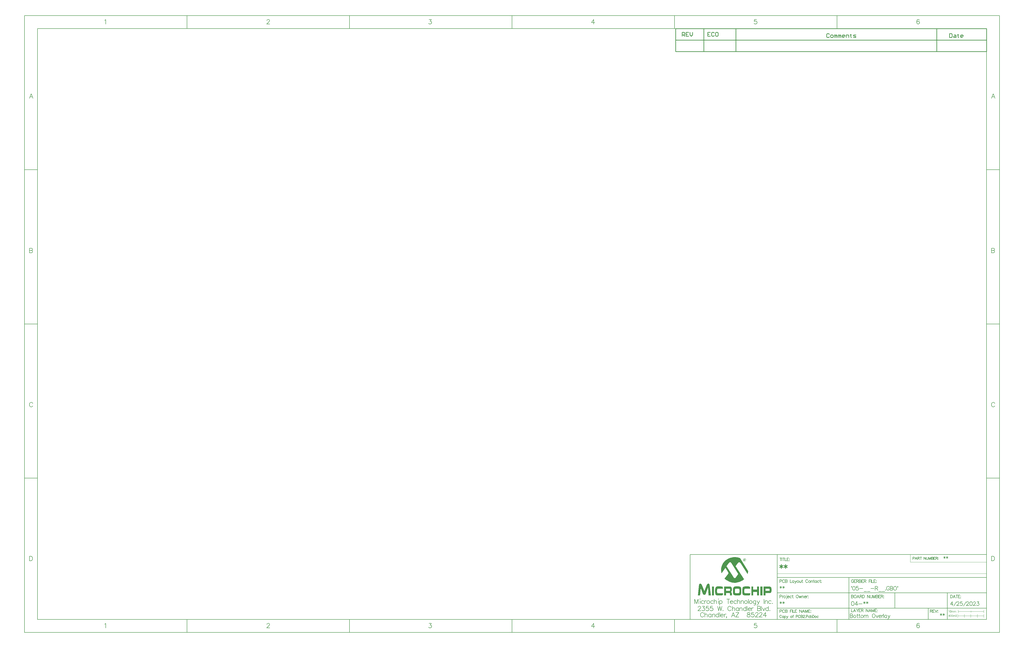
<source format=gbo>
G04*
G04 #@! TF.GenerationSoftware,Altium Limited,Altium Designer,22.10.1 (41)*
G04*
G04 Layer_Color=32896*
%FSLAX43Y43*%
%MOMM*%
G71*
G04*
G04 #@! TF.SameCoordinates,616D65FC-62BC-469B-91EF-3386A997E351*
G04*
G04*
G04 #@! TF.FilePolarity,Positive*
G04*
G01*
G75*
%ADD10C,0.200*%
%ADD11C,0.100*%
%ADD13C,0.254*%
%ADD14C,0.150*%
%ADD15C,0.178*%
%ADD17C,0.127*%
%ADD18C,0.180*%
%ADD19C,0.350*%
G36*
X259338Y-154352D02*
X259423Y-154373D01*
X259528Y-154416D01*
X259634Y-154479D01*
X259719Y-154574D01*
X259782Y-154712D01*
X259793Y-154786D01*
X259804Y-154881D01*
X259804Y-154892D01*
X259804Y-154902D01*
X259793Y-154966D01*
X259772Y-155061D01*
X259740Y-155167D01*
X259666Y-155273D01*
X259571Y-155368D01*
X259507Y-155410D01*
X259433Y-155431D01*
X259349Y-155453D01*
X259253Y-155463D01*
X259211Y-155463D01*
X259169Y-155453D01*
X259116Y-155442D01*
X259042Y-155421D01*
X258978Y-155389D01*
X258904Y-155347D01*
X258841Y-155294D01*
X258830Y-155283D01*
X258819Y-155262D01*
X258788Y-155230D01*
X258756Y-155177D01*
X258724Y-155114D01*
X258703Y-155050D01*
X258682Y-154966D01*
X258671Y-154881D01*
X258671Y-154871D01*
X258671Y-154839D01*
X258682Y-154807D01*
X258693Y-154754D01*
X258714Y-154691D01*
X258745Y-154627D01*
X258788Y-154564D01*
X258841Y-154500D01*
X258851Y-154490D01*
X258872Y-154479D01*
X258904Y-154447D01*
X258957Y-154416D01*
X259021Y-154394D01*
X259084Y-154363D01*
X259169Y-154352D01*
X259253Y-154341D01*
X259274Y-154341D01*
X259338Y-154352D01*
X259338Y-154352D02*
G37*
G36*
X255624Y-153855D02*
X255730Y-153855D01*
X255846Y-153865D01*
X255984Y-153876D01*
X256121Y-153897D01*
X256280Y-153918D01*
X256449Y-153950D01*
X256788Y-154024D01*
X257148Y-154130D01*
X257497Y-154267D01*
X260671Y-159304D01*
X260671Y-159315D01*
X260671Y-159347D01*
X260661Y-159399D01*
X260661Y-159463D01*
X260650Y-159548D01*
X260629Y-159632D01*
X260587Y-159844D01*
X260587Y-159855D01*
X260576Y-159897D01*
X260565Y-159950D01*
X260544Y-160034D01*
X260513Y-160130D01*
X260491Y-160235D01*
X260417Y-160468D01*
X257666Y-156172D01*
X257655Y-156162D01*
X257624Y-156119D01*
X257581Y-156066D01*
X257529Y-156003D01*
X257454Y-155939D01*
X257370Y-155886D01*
X257275Y-155844D01*
X257169Y-155833D01*
X257126Y-155833D01*
X257084Y-155855D01*
X257021Y-155876D01*
X256957Y-155908D01*
X256883Y-155971D01*
X256798Y-156045D01*
X256714Y-156151D01*
X255793Y-157410D01*
X259031Y-162510D01*
X259010Y-162521D01*
X258957Y-162574D01*
X258872Y-162637D01*
X258756Y-162722D01*
X258608Y-162828D01*
X258428Y-162944D01*
X258216Y-163071D01*
X257984Y-163198D01*
X257719Y-163325D01*
X257433Y-163452D01*
X257126Y-163569D01*
X256798Y-163674D01*
X256449Y-163759D01*
X256079Y-163823D01*
X255687Y-163876D01*
X255285Y-163886D01*
X255190Y-163886D01*
X255137Y-163876D01*
X255074Y-163876D01*
X254915Y-163865D01*
X254724Y-163833D01*
X254502Y-163801D01*
X254248Y-163749D01*
X253984Y-163674D01*
X253687Y-163590D01*
X253381Y-163484D01*
X253063Y-163346D01*
X252746Y-163188D01*
X252418Y-162997D01*
X252090Y-162775D01*
X251772Y-162521D01*
X251465Y-162235D01*
X252841Y-160341D01*
X252851Y-160331D01*
X252862Y-160310D01*
X252873Y-160278D01*
X252883Y-160235D01*
X252894Y-160183D01*
X252915Y-160119D01*
X252926Y-160034D01*
X252926Y-160024D01*
X252926Y-160003D01*
X252915Y-159971D01*
X252904Y-159929D01*
X252894Y-159876D01*
X252862Y-159812D01*
X252830Y-159738D01*
X252777Y-159653D01*
X251762Y-158066D01*
X250248Y-160161D01*
X250248Y-160151D01*
X250238Y-160130D01*
X250227Y-160098D01*
X250217Y-160045D01*
X250206Y-159992D01*
X250195Y-159918D01*
X250164Y-159749D01*
X250121Y-159548D01*
X250100Y-159315D01*
X250079Y-159061D01*
X250068Y-158786D01*
X250068Y-158775D01*
X250068Y-158765D01*
X250068Y-158701D01*
X250079Y-158595D01*
X250090Y-158458D01*
X250111Y-158288D01*
X250143Y-158087D01*
X250195Y-157865D01*
X250248Y-157622D01*
X250322Y-157368D01*
X250418Y-157093D01*
X250545Y-156818D01*
X250682Y-156521D01*
X250852Y-156236D01*
X251042Y-155950D01*
X251264Y-155664D01*
X251518Y-155389D01*
X251539Y-155368D01*
X251592Y-155326D01*
X251677Y-155241D01*
X251793Y-155146D01*
X251952Y-155029D01*
X252132Y-154902D01*
X252344Y-154765D01*
X252587Y-154617D01*
X252862Y-154468D01*
X253158Y-154331D01*
X253476Y-154204D01*
X253825Y-154088D01*
X254195Y-153982D01*
X254587Y-153908D01*
X255000Y-153865D01*
X255433Y-153844D01*
X255550Y-153844D01*
X255624Y-153855D01*
X255624Y-153855D02*
G37*
G36*
X260893Y-165315D02*
X260978Y-165315D01*
X261052Y-165325D01*
X261105Y-165336D01*
X261116Y-165336D01*
X261147Y-165346D01*
X261190Y-165368D01*
X261243Y-165399D01*
X261296Y-165442D01*
X261348Y-165505D01*
X261391Y-165579D01*
X261423Y-165674D01*
X261423Y-165685D01*
X261423Y-165706D01*
X261433Y-165748D01*
X261433Y-165812D01*
X261433Y-165886D01*
X261444Y-165981D01*
X261444Y-166098D01*
X261444Y-166225D01*
X259560Y-166182D01*
X259539Y-166182D01*
X259497Y-166193D01*
X259423Y-166214D01*
X259349Y-166267D01*
X259264Y-166341D01*
X259232Y-166405D01*
X259190Y-166468D01*
X259169Y-166542D01*
X259148Y-166637D01*
X259126Y-166743D01*
X259126Y-166870D01*
X259126Y-167262D01*
X259126Y-167272D01*
X259126Y-167293D01*
X259126Y-167325D01*
X259137Y-167367D01*
X259148Y-167484D01*
X259179Y-167600D01*
X259232Y-167727D01*
X259306Y-167844D01*
X259349Y-167886D01*
X259412Y-167918D01*
X259476Y-167939D01*
X259550Y-167949D01*
X261475Y-167949D01*
X261475Y-167960D01*
X261475Y-167971D01*
X261475Y-168034D01*
X261475Y-168129D01*
X261465Y-168246D01*
X261454Y-168362D01*
X261433Y-168468D01*
X261401Y-168563D01*
X261370Y-168637D01*
X261359Y-168648D01*
X261338Y-168669D01*
X261306Y-168690D01*
X261243Y-168722D01*
X261158Y-168764D01*
X261052Y-168785D01*
X260904Y-168807D01*
X260735Y-168817D01*
X259370Y-168817D01*
X259327Y-168807D01*
X259211Y-168796D01*
X259073Y-168775D01*
X258925Y-168732D01*
X258777Y-168669D01*
X258650Y-168574D01*
X258544Y-168457D01*
X258534Y-168447D01*
X258523Y-168404D01*
X258491Y-168341D01*
X258470Y-168246D01*
X258439Y-168119D01*
X258407Y-167971D01*
X258396Y-167791D01*
X258386Y-167590D01*
X258386Y-166563D01*
X258386Y-166553D01*
X258386Y-166521D01*
X258386Y-166479D01*
X258396Y-166426D01*
X258396Y-166352D01*
X258407Y-166278D01*
X258439Y-166098D01*
X258491Y-165907D01*
X258555Y-165727D01*
X258661Y-165558D01*
X258724Y-165495D01*
X258798Y-165442D01*
X258809Y-165431D01*
X258841Y-165420D01*
X258883Y-165399D01*
X258957Y-165368D01*
X259042Y-165346D01*
X259158Y-165325D01*
X259285Y-165315D01*
X259433Y-165304D01*
X260809Y-165304D01*
X260893Y-165315D01*
X260893Y-165315D02*
G37*
G36*
X264904Y-168796D02*
X264174Y-168796D01*
X264174Y-167484D01*
X262618Y-167484D01*
X262618Y-168796D01*
X261930Y-168796D01*
X261930Y-165336D01*
X262618Y-165336D01*
X262618Y-166563D01*
X264174Y-166563D01*
X264174Y-165336D01*
X264904Y-165336D01*
X264904Y-168796D01*
X264904Y-168796D02*
G37*
G36*
X245211Y-164204D02*
X245275Y-164225D01*
X245349Y-164256D01*
X245434Y-164320D01*
X245508Y-164415D01*
X245540Y-164479D01*
X245561Y-164553D01*
X245592Y-164637D01*
X245603Y-164733D01*
X246069Y-168796D01*
X245201Y-168796D01*
X244958Y-165875D01*
X244947Y-165875D01*
X244048Y-168214D01*
X244037Y-168235D01*
X244016Y-168277D01*
X243984Y-168341D01*
X243931Y-168404D01*
X243857Y-168479D01*
X243772Y-168542D01*
X243667Y-168584D01*
X243540Y-168606D01*
X243518Y-168606D01*
X243476Y-168595D01*
X243413Y-168584D01*
X243328Y-168553D01*
X243233Y-168510D01*
X243148Y-168436D01*
X243063Y-168341D01*
X243000Y-168214D01*
X242111Y-165918D01*
X242100Y-165918D01*
X241847Y-168796D01*
X241000Y-168796D01*
X241444Y-164690D01*
X241444Y-164680D01*
X241444Y-164669D01*
X241466Y-164616D01*
X241487Y-164532D01*
X241529Y-164436D01*
X241582Y-164352D01*
X241667Y-164267D01*
X241772Y-164214D01*
X241836Y-164193D01*
X241931Y-164193D01*
X241984Y-164204D01*
X242058Y-164214D01*
X242153Y-164246D01*
X242259Y-164309D01*
X242365Y-164394D01*
X242460Y-164500D01*
X242503Y-164574D01*
X242534Y-164659D01*
X243518Y-167166D01*
X243540Y-167166D01*
X244524Y-164659D01*
X244524Y-164648D01*
X244534Y-164637D01*
X244555Y-164584D01*
X244608Y-164510D01*
X244672Y-164426D01*
X244756Y-164341D01*
X244862Y-164267D01*
X244989Y-164214D01*
X245063Y-164193D01*
X245169Y-164193D01*
X245211Y-164204D01*
X245211Y-164204D02*
G37*
G36*
X269031Y-165346D02*
X269137Y-165368D01*
X269274Y-165410D01*
X269412Y-165473D01*
X269539Y-165579D01*
X269602Y-165643D01*
X269655Y-165727D01*
X269697Y-165812D01*
X269729Y-165918D01*
X269729Y-165928D01*
X269740Y-165960D01*
X269750Y-166013D01*
X269761Y-166077D01*
X269771Y-166172D01*
X269782Y-166278D01*
X269793Y-166394D01*
X269793Y-166532D01*
X269793Y-166796D01*
X269793Y-166807D01*
X269793Y-166828D01*
X269793Y-166849D01*
X269793Y-166891D01*
X269782Y-167008D01*
X269771Y-167135D01*
X269740Y-167283D01*
X269708Y-167431D01*
X269655Y-167579D01*
X269581Y-167695D01*
X269570Y-167706D01*
X269549Y-167727D01*
X269518Y-167770D01*
X269465Y-167801D01*
X269401Y-167844D01*
X269316Y-167886D01*
X269221Y-167907D01*
X269115Y-167918D01*
X267401Y-167918D01*
X267401Y-168796D01*
X266682Y-168796D01*
X266682Y-165336D01*
X268988Y-165336D01*
X269031Y-165346D01*
X269031Y-165346D02*
G37*
G36*
X266216Y-168796D02*
X265412Y-168796D01*
X265412Y-165336D01*
X266216Y-165336D01*
X266216Y-168796D01*
X266216Y-168796D02*
G37*
G36*
X253677Y-165346D02*
X253719Y-165346D01*
X253836Y-165389D01*
X253888Y-165420D01*
X253963Y-165463D01*
X254026Y-165516D01*
X254079Y-165590D01*
X254142Y-165664D01*
X254195Y-165770D01*
X254238Y-165886D01*
X254269Y-166024D01*
X254291Y-166182D01*
X254301Y-166362D01*
X254301Y-166574D01*
X254301Y-166584D01*
X254301Y-166606D01*
X254301Y-166637D01*
X254291Y-166690D01*
X254280Y-166807D01*
X254248Y-166955D01*
X254206Y-167103D01*
X254132Y-167251D01*
X254037Y-167367D01*
X253984Y-167410D01*
X253910Y-167442D01*
X253910Y-167452D01*
X253931Y-167463D01*
X253973Y-167473D01*
X254037Y-167516D01*
X254111Y-167590D01*
X254174Y-167685D01*
X254238Y-167822D01*
X254269Y-167897D01*
X254280Y-167992D01*
X254301Y-168098D01*
X254301Y-168214D01*
X254301Y-168796D01*
X253571Y-168796D01*
X253571Y-168383D01*
X253571Y-168373D01*
X253571Y-168341D01*
X253571Y-168288D01*
X253571Y-168235D01*
X253560Y-168108D01*
X253550Y-168055D01*
X253539Y-168024D01*
X253539Y-168013D01*
X253529Y-168002D01*
X253486Y-167949D01*
X253402Y-167907D01*
X253349Y-167897D01*
X253285Y-167886D01*
X251994Y-167886D01*
X251994Y-168796D01*
X251264Y-168796D01*
X251264Y-165336D01*
X253645Y-165336D01*
X253677Y-165346D01*
X253677Y-165346D02*
G37*
G36*
X247307Y-168796D02*
X246492Y-168796D01*
X246492Y-165336D01*
X247307Y-165336D01*
X247307Y-168796D01*
X247307Y-168796D02*
G37*
G36*
X257148Y-165315D02*
X257275Y-165346D01*
X257412Y-165378D01*
X257550Y-165431D01*
X257666Y-165505D01*
X257761Y-165611D01*
X257772Y-165622D01*
X257793Y-165664D01*
X257835Y-165738D01*
X257878Y-165844D01*
X257909Y-165971D01*
X257952Y-166129D01*
X257973Y-166320D01*
X257984Y-166542D01*
X257984Y-167579D01*
X257984Y-167590D01*
X257984Y-167621D01*
X257984Y-167664D01*
X257973Y-167727D01*
X257973Y-167812D01*
X257962Y-167897D01*
X257920Y-168087D01*
X257857Y-168288D01*
X257772Y-168479D01*
X257708Y-168563D01*
X257645Y-168637D01*
X257560Y-168701D01*
X257476Y-168754D01*
X257465Y-168754D01*
X257444Y-168764D01*
X257391Y-168775D01*
X257338Y-168785D01*
X257253Y-168796D01*
X257169Y-168807D01*
X257063Y-168817D01*
X255730Y-168817D01*
X255687Y-168807D01*
X255571Y-168796D01*
X255444Y-168775D01*
X255306Y-168732D01*
X255158Y-168680D01*
X255031Y-168595D01*
X254925Y-168489D01*
X254915Y-168479D01*
X254894Y-168436D01*
X254862Y-168362D01*
X254830Y-168267D01*
X254798Y-168140D01*
X254767Y-167981D01*
X254746Y-167801D01*
X254735Y-167579D01*
X254735Y-166542D01*
X254735Y-166532D01*
X254735Y-166500D01*
X254735Y-166447D01*
X254746Y-166383D01*
X254756Y-166299D01*
X254767Y-166203D01*
X254809Y-166002D01*
X254883Y-165801D01*
X254936Y-165696D01*
X254989Y-165600D01*
X255063Y-165516D01*
X255137Y-165442D01*
X255232Y-165389D01*
X255338Y-165346D01*
X255349Y-165346D01*
X255370Y-165336D01*
X255412Y-165336D01*
X255465Y-165325D01*
X255529Y-165315D01*
X255603Y-165315D01*
X255783Y-165304D01*
X257042Y-165304D01*
X257148Y-165315D01*
X257148Y-165315D02*
G37*
G36*
X250079Y-165315D02*
X250248Y-165325D01*
X250407Y-165336D01*
X250471Y-165346D01*
X250534Y-165357D01*
X250576Y-165368D01*
X250608Y-165378D01*
X250619Y-165389D01*
X250640Y-165410D01*
X250672Y-165452D01*
X250703Y-165526D01*
X250735Y-165622D01*
X250756Y-165696D01*
X250767Y-165770D01*
X250777Y-165854D01*
X250788Y-165950D01*
X250799Y-166055D01*
X250799Y-166182D01*
X248904Y-166182D01*
X248862Y-166193D01*
X248820Y-166203D01*
X248714Y-166235D01*
X248661Y-166278D01*
X248619Y-166320D01*
X248619Y-166330D01*
X248598Y-166352D01*
X248587Y-166383D01*
X248566Y-166436D01*
X248545Y-166510D01*
X248524Y-166606D01*
X248513Y-166733D01*
X248502Y-166870D01*
X248502Y-167262D01*
X248502Y-167283D01*
X248502Y-167325D01*
X248502Y-167399D01*
X248513Y-167473D01*
X248513Y-167569D01*
X248524Y-167653D01*
X248534Y-167727D01*
X248555Y-167780D01*
X248555Y-167791D01*
X248576Y-167801D01*
X248598Y-167833D01*
X248640Y-167865D01*
X248682Y-167897D01*
X248746Y-167918D01*
X248820Y-167939D01*
X248915Y-167949D01*
X250852Y-167949D01*
X250852Y-167960D01*
X250852Y-167971D01*
X250852Y-168034D01*
X250852Y-168119D01*
X250841Y-168225D01*
X250830Y-168330D01*
X250809Y-168436D01*
X250777Y-168531D01*
X250746Y-168606D01*
X250735Y-168616D01*
X250714Y-168637D01*
X250672Y-168669D01*
X250619Y-168711D01*
X250523Y-168754D01*
X250418Y-168785D01*
X250270Y-168807D01*
X250100Y-168817D01*
X248703Y-168817D01*
X248598Y-168807D01*
X248481Y-168785D01*
X248344Y-168754D01*
X248206Y-168701D01*
X248079Y-168637D01*
X247973Y-168542D01*
X247963Y-168531D01*
X247942Y-168489D01*
X247899Y-168415D01*
X247857Y-168320D01*
X247815Y-168182D01*
X247772Y-168024D01*
X247751Y-167822D01*
X247741Y-167579D01*
X247741Y-166542D01*
X247741Y-166532D01*
X247741Y-166489D01*
X247741Y-166436D01*
X247751Y-166373D01*
X247762Y-166278D01*
X247783Y-166182D01*
X247836Y-165971D01*
X247920Y-165759D01*
X247973Y-165653D01*
X248047Y-165558D01*
X248132Y-165473D01*
X248227Y-165399D01*
X248333Y-165346D01*
X248460Y-165315D01*
X248513Y-165315D01*
X248555Y-165304D01*
X249910Y-165304D01*
X250079Y-165315D01*
X250079Y-165315D02*
G37*
%LPC*%
G36*
X259338Y-154437D02*
X259232Y-154437D01*
X259179Y-154447D01*
X259095Y-154458D01*
X259010Y-154490D01*
X258915Y-154543D01*
X258830Y-154627D01*
X258777Y-154733D01*
X258767Y-154807D01*
X258756Y-154881D01*
X258756Y-154892D01*
X258756Y-154913D01*
X258767Y-154955D01*
X258777Y-155008D01*
X258819Y-155125D01*
X258851Y-155177D01*
X258894Y-155241D01*
X258904Y-155251D01*
X258925Y-155262D01*
X258957Y-155283D01*
X258999Y-155304D01*
X259105Y-155357D01*
X259179Y-155368D01*
X259253Y-155378D01*
X259274Y-155378D01*
X259327Y-155368D01*
X259401Y-155347D01*
X259486Y-155315D01*
X259571Y-155251D01*
X259645Y-155167D01*
X259698Y-155040D01*
X259719Y-154966D01*
X259719Y-154881D01*
X259719Y-154860D01*
X259708Y-154807D01*
X259698Y-154744D01*
X259666Y-154659D01*
X259603Y-154574D01*
X259518Y-154511D01*
X259412Y-154458D01*
X259338Y-154437D01*
X259338Y-154437D02*
G37*
%LPD*%
G36*
X259327Y-154574D02*
X259370Y-154585D01*
X259412Y-154617D01*
X259454Y-154648D01*
X259476Y-154701D01*
X259486Y-154765D01*
X259486Y-154775D01*
X259486Y-154796D01*
X259465Y-154860D01*
X259444Y-154892D01*
X259423Y-154923D01*
X259380Y-154945D01*
X259327Y-154955D01*
X259507Y-155241D01*
X259401Y-155241D01*
X259222Y-154955D01*
X259116Y-154955D01*
X259116Y-155241D01*
X259010Y-155241D01*
X259010Y-154564D01*
X259285Y-154564D01*
X259327Y-154574D01*
X259327Y-154574D02*
G37*
%LPC*%
G36*
X259285Y-154659D02*
X259116Y-154659D01*
X259116Y-154871D01*
X259296Y-154871D01*
X259338Y-154860D01*
X259370Y-154828D01*
X259380Y-154765D01*
X259380Y-154744D01*
X259370Y-154712D01*
X259338Y-154680D01*
X259285Y-154659D01*
X259285Y-154659D02*
G37*
G36*
X253603Y-155823D02*
X253560Y-155823D01*
X253508Y-155844D01*
X253444Y-155865D01*
X253370Y-155897D01*
X253296Y-155960D01*
X253201Y-156035D01*
X253116Y-156140D01*
X252227Y-157389D01*
X254925Y-161664D01*
X254936Y-161685D01*
X254968Y-161727D01*
X255010Y-161791D01*
X255074Y-161854D01*
X255148Y-161928D01*
X255222Y-161992D01*
X255296Y-162034D01*
X255380Y-162055D01*
X255423Y-162055D01*
X255476Y-162045D01*
X255539Y-162024D01*
X255613Y-161981D01*
X255687Y-161939D01*
X255772Y-161865D01*
X255846Y-161770D01*
X256788Y-160415D01*
X254079Y-156151D01*
X254068Y-156140D01*
X254047Y-156098D01*
X253994Y-156045D01*
X253941Y-155982D01*
X253867Y-155929D01*
X253793Y-155876D01*
X253698Y-155833D01*
X253603Y-155823D01*
X253603Y-155823D02*
G37*
G36*
X268756Y-166172D02*
X267401Y-166172D01*
X267401Y-167050D01*
X268819Y-167050D01*
X268840Y-167039D01*
X268883Y-167029D01*
X268925Y-167008D01*
X268957Y-166965D01*
X268999Y-166902D01*
X269020Y-166807D01*
X269031Y-166690D01*
X269031Y-166563D01*
X269031Y-166542D01*
X269031Y-166500D01*
X269020Y-166436D01*
X268999Y-166362D01*
X268967Y-166299D01*
X268914Y-166235D01*
X268851Y-166193D01*
X268756Y-166172D01*
X268756Y-166172D02*
G37*
G36*
X253254Y-166172D02*
X251994Y-166172D01*
X251994Y-167039D01*
X253338Y-167039D01*
X253370Y-167029D01*
X253423Y-167018D01*
X253476Y-166987D01*
X253518Y-166944D01*
X253571Y-166881D01*
X253603Y-166785D01*
X253613Y-166658D01*
X253613Y-166563D01*
X253613Y-166542D01*
X253613Y-166500D01*
X253592Y-166436D01*
X253571Y-166362D01*
X253529Y-166299D01*
X253465Y-166235D01*
X253370Y-166193D01*
X253254Y-166172D01*
X253254Y-166172D02*
G37*
G36*
X256788Y-166172D02*
X255899Y-166172D01*
X255857Y-166182D01*
X255804Y-166193D01*
X255751Y-166214D01*
X255698Y-166235D01*
X255645Y-166278D01*
X255592Y-166330D01*
X255592Y-166341D01*
X255571Y-166362D01*
X255560Y-166394D01*
X255539Y-166457D01*
X255518Y-166532D01*
X255507Y-166616D01*
X255486Y-166733D01*
X255486Y-166870D01*
X255486Y-167262D01*
X255486Y-167283D01*
X255486Y-167325D01*
X255486Y-167389D01*
X255497Y-167473D01*
X255518Y-167653D01*
X255539Y-167738D01*
X255560Y-167801D01*
X255560Y-167812D01*
X255581Y-167822D01*
X255603Y-167844D01*
X255634Y-167875D01*
X255677Y-167907D01*
X255730Y-167928D01*
X255804Y-167939D01*
X255888Y-167949D01*
X256830Y-167949D01*
X256883Y-167939D01*
X256957Y-167918D01*
X257042Y-167865D01*
X257116Y-167780D01*
X257158Y-167727D01*
X257190Y-167664D01*
X257222Y-167579D01*
X257243Y-167484D01*
X257264Y-167378D01*
X257264Y-167262D01*
X257264Y-166870D01*
X257264Y-166849D01*
X257264Y-166807D01*
X257253Y-166743D01*
X257243Y-166658D01*
X257201Y-166479D01*
X257169Y-166394D01*
X257116Y-166330D01*
X257105Y-166320D01*
X257095Y-166309D01*
X257063Y-166278D01*
X257021Y-166246D01*
X256915Y-166193D01*
X256862Y-166182D01*
X256788Y-166172D01*
X256788Y-166172D02*
G37*
%LPD*%
D10*
X337357Y-153546D02*
X337357Y-154403D01*
X337000Y-153761D02*
X337714Y-154189D01*
X337714Y-153761D02*
X337000Y-154189D01*
X338378Y-153546D02*
X338378Y-154403D01*
X338021Y-153761D02*
X338735Y-154189D01*
X338735Y-153761D02*
X338021Y-154189D01*
D11*
X347700Y-175396D02*
X347700Y-174796D01*
X353820Y-155796D02*
X353820Y-155796D01*
X342700Y-175596D02*
X342700Y-174596D01*
X342540Y-177431D02*
X342540Y-176161D01*
X345080Y-177431D02*
X345080Y-176161D01*
X347620Y-177431D02*
X347620Y-176161D01*
X350160Y-177431D02*
X350160Y-176161D01*
X352700Y-175596D02*
X352700Y-174596D01*
X352700Y-177431D02*
X352700Y-176161D01*
X324000Y-155796D02*
X324000Y-152796D01*
X342540Y-176796D02*
X352700Y-176796D01*
X342700Y-175096D02*
X352700Y-175096D01*
X324000Y-155796D02*
X353820Y-155796D01*
X272000Y-160296D02*
X353820Y-160296D01*
X339233Y-176396D02*
X338900Y-176863D01*
X339400Y-176863D01*
X339233Y-176396D02*
X339233Y-177096D01*
X339723Y-176396D02*
X339623Y-176429D01*
X339557Y-176529D01*
X339523Y-176696D01*
X339523Y-176796D01*
X339557Y-176963D01*
X339623Y-177063D01*
X339723Y-177096D01*
X339790Y-177096D01*
X339890Y-177063D01*
X339956Y-176963D01*
X339990Y-176796D01*
X339990Y-176696D01*
X339956Y-176529D01*
X339890Y-176429D01*
X339790Y-176396D01*
X339723Y-176396D01*
X340346Y-176396D02*
X340246Y-176429D01*
X340180Y-176529D01*
X340146Y-176696D01*
X340146Y-176796D01*
X340180Y-176963D01*
X340246Y-177063D01*
X340346Y-177096D01*
X340413Y-177096D01*
X340513Y-177063D01*
X340580Y-176963D01*
X340613Y-176796D01*
X340613Y-176696D01*
X340580Y-176529D01*
X340513Y-176429D01*
X340413Y-176396D01*
X340346Y-176396D01*
X340770Y-176629D02*
X340770Y-177096D01*
X340770Y-176763D02*
X340870Y-176663D01*
X340936Y-176629D01*
X341036Y-176629D01*
X341103Y-176663D01*
X341136Y-176763D01*
X341136Y-177096D01*
X341136Y-176763D02*
X341236Y-176663D01*
X341303Y-176629D01*
X341403Y-176629D01*
X341469Y-176663D01*
X341503Y-176763D01*
X341503Y-177096D01*
X341789Y-176396D02*
X341823Y-176429D01*
X341856Y-176396D01*
X341823Y-176363D01*
X341789Y-176396D01*
X341823Y-176629D02*
X341823Y-177096D01*
X341979Y-176396D02*
X341979Y-177096D01*
X339000Y-174829D02*
X339067Y-174796D01*
X339167Y-174696D01*
X339167Y-175396D01*
X339713Y-174696D02*
X339613Y-174729D01*
X339547Y-174829D01*
X339513Y-174996D01*
X339513Y-175096D01*
X339547Y-175263D01*
X339613Y-175363D01*
X339713Y-175396D01*
X339780Y-175396D01*
X339880Y-175363D01*
X339946Y-175263D01*
X339980Y-175096D01*
X339980Y-174996D01*
X339946Y-174829D01*
X339880Y-174729D01*
X339780Y-174696D01*
X339713Y-174696D01*
X340136Y-174929D02*
X340136Y-175396D01*
X340136Y-175063D02*
X340236Y-174963D01*
X340303Y-174929D01*
X340403Y-174929D01*
X340470Y-174963D01*
X340503Y-175063D01*
X340503Y-175396D01*
X340503Y-175063D02*
X340603Y-174963D01*
X340670Y-174929D01*
X340770Y-174929D01*
X340836Y-174963D01*
X340870Y-175063D01*
X340870Y-175396D01*
X341090Y-174929D02*
X341090Y-175396D01*
X341090Y-175063D02*
X341190Y-174963D01*
X341256Y-174929D01*
X341356Y-174929D01*
X341423Y-174963D01*
X341456Y-175063D01*
X341456Y-175396D01*
X341456Y-175063D02*
X341556Y-174963D01*
X341623Y-174929D01*
X341723Y-174929D01*
X341789Y-174963D01*
X341823Y-175063D01*
X341823Y-175396D01*
D13*
X353820Y43924D02*
X353820Y52924D01*
X232320Y52924D02*
X353820Y52924D01*
X255820Y43924D02*
X255820Y48424D01*
X232320Y48424D02*
X232320Y52924D01*
X232320Y48424D02*
X353820Y48424D01*
X243320Y48424D02*
X243320Y52924D01*
X255820Y48424D02*
X255820Y52924D01*
X334320Y48424D02*
X334320Y52924D01*
X232320Y43924D02*
X232320Y48424D01*
X232320Y43924D02*
X353820Y43924D01*
X334320Y43924D02*
X334320Y48424D01*
X243320Y43924D02*
X243320Y48424D01*
X234820Y49924D02*
X234820Y51448D01*
X235582Y51448D01*
X235836Y51194D01*
X235836Y50686D01*
X235582Y50432D01*
X234820Y50432D01*
X235328Y50432D02*
X235836Y49924D01*
X237359Y51448D02*
X236344Y51448D01*
X236344Y49924D01*
X237359Y49924D01*
X236344Y50686D02*
X236851Y50686D01*
X237867Y51448D02*
X237867Y50432D01*
X238375Y49924D01*
X238883Y50432D01*
X238883Y51448D01*
X245836Y51448D02*
X244820Y51448D01*
X244820Y49924D01*
X245836Y49924D01*
X244820Y50686D02*
X245328Y50686D01*
X247359Y51194D02*
X247105Y51448D01*
X246597Y51448D01*
X246344Y51194D01*
X246344Y50178D01*
X246597Y49924D01*
X247105Y49924D01*
X247359Y50178D01*
X248629Y51448D02*
X248121Y51448D01*
X247867Y51194D01*
X247867Y50178D01*
X248121Y49924D01*
X248629Y49924D01*
X248883Y50178D01*
X248883Y51194D01*
X248629Y51448D01*
X292336Y50694D02*
X292082Y50948D01*
X291574Y50948D01*
X291320Y50694D01*
X291320Y49678D01*
X291574Y49424D01*
X292082Y49424D01*
X292336Y49678D01*
X293097Y49424D02*
X293605Y49424D01*
X293859Y49678D01*
X293859Y50186D01*
X293605Y50440D01*
X293097Y50440D01*
X292844Y50186D01*
X292844Y49678D01*
X293097Y49424D01*
X294367Y49424D02*
X294367Y50440D01*
X294621Y50440D01*
X294875Y50186D01*
X294875Y49424D01*
X294875Y50186D01*
X295129Y50440D01*
X295383Y50186D01*
X295383Y49424D01*
X295891Y49424D02*
X295891Y50440D01*
X296144Y50440D01*
X296398Y50186D01*
X296398Y49424D01*
X296398Y50186D01*
X296652Y50440D01*
X296906Y50186D01*
X296906Y49424D01*
X298176Y49424D02*
X297668Y49424D01*
X297414Y49678D01*
X297414Y50186D01*
X297668Y50440D01*
X298176Y50440D01*
X298430Y50186D01*
X298430Y49932D01*
X297414Y49932D01*
X298938Y49424D02*
X298938Y50440D01*
X299699Y50440D01*
X299953Y50186D01*
X299953Y49424D01*
X300715Y50694D02*
X300715Y50440D01*
X300461Y50440D01*
X300969Y50440D01*
X300715Y50440D01*
X300715Y49678D01*
X300969Y49424D01*
X301731Y49424D02*
X302492Y49424D01*
X302746Y49678D01*
X302492Y49932D01*
X301985Y49932D01*
X301731Y50186D01*
X301985Y50440D01*
X302746Y50440D01*
X339320Y50948D02*
X339320Y49424D01*
X340082Y49424D01*
X340336Y49678D01*
X340336Y50694D01*
X340082Y50948D01*
X339320Y50948D01*
X341097Y50440D02*
X341605Y50440D01*
X341859Y50186D01*
X341859Y49424D01*
X341097Y49424D01*
X340844Y49678D01*
X341097Y49932D01*
X341859Y49932D01*
X342621Y50694D02*
X342621Y50440D01*
X342367Y50440D01*
X342875Y50440D01*
X342621Y50440D01*
X342621Y49678D01*
X342875Y49424D01*
X344398Y49424D02*
X343891Y49424D01*
X343637Y49678D01*
X343637Y50186D01*
X343891Y50440D01*
X344398Y50440D01*
X344652Y50186D01*
X344652Y49932D01*
X343637Y49932D01*
D14*
X300500Y-176046D02*
X300500Y-177546D01*
X300500Y-176046D02*
X301143Y-176046D01*
X301357Y-176118D01*
X301428Y-176189D01*
X301500Y-176332D01*
X301500Y-176475D01*
X301428Y-176618D01*
X301357Y-176689D01*
X301143Y-176760D01*
X300500Y-176760D02*
X301143Y-176760D01*
X301357Y-176832D01*
X301428Y-176903D01*
X301500Y-177046D01*
X301500Y-177260D01*
X301428Y-177403D01*
X301357Y-177475D01*
X301143Y-177546D01*
X300500Y-177546D01*
X302193Y-176546D02*
X302050Y-176618D01*
X301907Y-176760D01*
X301835Y-176975D01*
X301835Y-177118D01*
X301907Y-177332D01*
X302050Y-177475D01*
X302193Y-177546D01*
X302407Y-177546D01*
X302550Y-177475D01*
X302692Y-177332D01*
X302764Y-177118D01*
X302764Y-176975D01*
X302692Y-176760D01*
X302550Y-176618D01*
X302407Y-176546D01*
X302193Y-176546D01*
X303307Y-176046D02*
X303307Y-177260D01*
X303378Y-177475D01*
X303521Y-177546D01*
X303664Y-177546D01*
X303092Y-176546D02*
X303592Y-176546D01*
X304092Y-176046D02*
X304092Y-177260D01*
X304164Y-177475D01*
X304306Y-177546D01*
X304449Y-177546D01*
X303878Y-176546D02*
X304378Y-176546D01*
X305020Y-176546D02*
X304878Y-176618D01*
X304735Y-176760D01*
X304663Y-176975D01*
X304663Y-177118D01*
X304735Y-177332D01*
X304878Y-177475D01*
X305020Y-177546D01*
X305235Y-177546D01*
X305378Y-177475D01*
X305520Y-177332D01*
X305592Y-177118D01*
X305592Y-176975D01*
X305520Y-176760D01*
X305378Y-176618D01*
X305235Y-176546D01*
X305020Y-176546D01*
X305920Y-176546D02*
X305920Y-177546D01*
X305920Y-176832D02*
X306134Y-176618D01*
X306277Y-176546D01*
X306492Y-176546D01*
X306634Y-176618D01*
X306706Y-176832D01*
X306706Y-177546D01*
X306706Y-176832D02*
X306920Y-176618D01*
X307063Y-176546D01*
X307277Y-176546D01*
X307420Y-176618D01*
X307491Y-176832D01*
X307491Y-177546D01*
X309569Y-176046D02*
X309427Y-176118D01*
X309284Y-176261D01*
X309212Y-176403D01*
X309141Y-176618D01*
X309141Y-176975D01*
X309212Y-177189D01*
X309284Y-177332D01*
X309427Y-177475D01*
X309569Y-177546D01*
X309855Y-177546D01*
X309998Y-177475D01*
X310141Y-177332D01*
X310212Y-177189D01*
X310284Y-176975D01*
X310284Y-176618D01*
X310212Y-176403D01*
X310141Y-176261D01*
X309998Y-176118D01*
X309855Y-176046D01*
X309569Y-176046D01*
X310634Y-176546D02*
X311062Y-177546D01*
X311491Y-176546D02*
X311062Y-177546D01*
X311733Y-176975D02*
X312590Y-176975D01*
X312590Y-176832D01*
X312519Y-176689D01*
X312447Y-176618D01*
X312305Y-176546D01*
X312090Y-176546D01*
X311948Y-176618D01*
X311805Y-176760D01*
X311733Y-176975D01*
X311733Y-177118D01*
X311805Y-177332D01*
X311948Y-177475D01*
X312090Y-177546D01*
X312305Y-177546D01*
X312447Y-177475D01*
X312590Y-177332D01*
X312912Y-176546D02*
X312912Y-177546D01*
X312912Y-176975D02*
X312983Y-176760D01*
X313126Y-176618D01*
X313269Y-176546D01*
X313483Y-176546D01*
X313619Y-176046D02*
X313619Y-177546D01*
X314790Y-176546D02*
X314790Y-177546D01*
X314790Y-176760D02*
X314647Y-176618D01*
X314504Y-176546D01*
X314290Y-176546D01*
X314147Y-176618D01*
X314004Y-176760D01*
X313933Y-176975D01*
X313933Y-177118D01*
X314004Y-177332D01*
X314147Y-177475D01*
X314290Y-177546D01*
X314504Y-177546D01*
X314647Y-177475D01*
X314790Y-177332D01*
X315261Y-176546D02*
X315690Y-177546D01*
X316118Y-176546D02*
X315690Y-177546D01*
X315547Y-177832D01*
X315404Y-177974D01*
X315261Y-178046D01*
X315190Y-178046D01*
X273000Y-174998D02*
X273493Y-174998D01*
X273657Y-174944D01*
X273712Y-174889D01*
X273767Y-174779D01*
X273767Y-174615D01*
X273712Y-174506D01*
X273657Y-174451D01*
X273493Y-174396D01*
X273000Y-174396D01*
X273000Y-175546D01*
X274845Y-174670D02*
X274790Y-174560D01*
X274681Y-174451D01*
X274571Y-174396D01*
X274352Y-174396D01*
X274243Y-174451D01*
X274133Y-174560D01*
X274079Y-174670D01*
X274024Y-174834D01*
X274024Y-175108D01*
X274079Y-175272D01*
X274133Y-175382D01*
X274243Y-175491D01*
X274352Y-175546D01*
X274571Y-175546D01*
X274681Y-175491D01*
X274790Y-175382D01*
X274845Y-175272D01*
X275168Y-174396D02*
X275168Y-175546D01*
X275168Y-174396D02*
X275661Y-174396D01*
X275825Y-174451D01*
X275880Y-174506D01*
X275935Y-174615D01*
X275935Y-174725D01*
X275880Y-174834D01*
X275825Y-174889D01*
X275661Y-174944D01*
X275168Y-174944D02*
X275661Y-174944D01*
X275825Y-174998D01*
X275880Y-175053D01*
X275935Y-175163D01*
X275935Y-175327D01*
X275880Y-175436D01*
X275825Y-175491D01*
X275661Y-175546D01*
X275168Y-175546D01*
X277095Y-174396D02*
X277095Y-175546D01*
X277095Y-174396D02*
X277807Y-174396D01*
X277095Y-174944D02*
X277533Y-174944D01*
X277938Y-174396D02*
X277938Y-175546D01*
X278179Y-174396D02*
X278179Y-175546D01*
X278836Y-175546D01*
X279674Y-174396D02*
X278962Y-174396D01*
X278962Y-175546D01*
X279674Y-175546D01*
X278962Y-174944D02*
X279400Y-174944D01*
X280769Y-174396D02*
X280769Y-175546D01*
X280769Y-174396D02*
X281536Y-175546D01*
X281536Y-174396D02*
X281536Y-175546D01*
X282729Y-175546D02*
X282291Y-174396D01*
X281853Y-175546D01*
X282017Y-175163D02*
X282565Y-175163D01*
X282997Y-174396D02*
X282997Y-175546D01*
X282997Y-174396D02*
X283435Y-175546D01*
X283873Y-174396D02*
X283435Y-175546D01*
X283873Y-174396D02*
X283873Y-175546D01*
X284914Y-174396D02*
X284202Y-174396D01*
X284202Y-175546D01*
X284914Y-175546D01*
X284202Y-174944D02*
X284640Y-174944D01*
X285160Y-174779D02*
X285105Y-174834D01*
X285160Y-174889D01*
X285215Y-174834D01*
X285160Y-174779D01*
X285160Y-175436D02*
X285105Y-175491D01*
X285160Y-175546D01*
X285215Y-175491D01*
X285160Y-175436D01*
X273714Y-176784D02*
X273667Y-176689D01*
X273571Y-176594D01*
X273476Y-176546D01*
X273286Y-176546D01*
X273190Y-176594D01*
X273095Y-176689D01*
X273048Y-176784D01*
X273000Y-176927D01*
X273000Y-177165D01*
X273048Y-177308D01*
X273095Y-177403D01*
X273190Y-177498D01*
X273286Y-177546D01*
X273476Y-177546D01*
X273571Y-177498D01*
X273667Y-177403D01*
X273714Y-177308D01*
X274233Y-176879D02*
X274138Y-176927D01*
X274043Y-177022D01*
X273995Y-177165D01*
X273995Y-177260D01*
X274043Y-177403D01*
X274138Y-177498D01*
X274233Y-177546D01*
X274376Y-177546D01*
X274471Y-177498D01*
X274566Y-177403D01*
X274614Y-177260D01*
X274614Y-177165D01*
X274566Y-177022D01*
X274471Y-176927D01*
X274376Y-176879D01*
X274233Y-176879D01*
X274833Y-176879D02*
X274833Y-177879D01*
X274833Y-177022D02*
X274928Y-176927D01*
X275023Y-176879D01*
X275166Y-176879D01*
X275261Y-176927D01*
X275357Y-177022D01*
X275404Y-177165D01*
X275404Y-177260D01*
X275357Y-177403D01*
X275261Y-177498D01*
X275166Y-177546D01*
X275023Y-177546D01*
X274928Y-177498D01*
X274833Y-177403D01*
X275666Y-176879D02*
X275952Y-177546D01*
X276237Y-176879D02*
X275952Y-177546D01*
X275857Y-177736D01*
X275761Y-177832D01*
X275666Y-177879D01*
X275618Y-177879D01*
X277428Y-176879D02*
X277332Y-176927D01*
X277237Y-177022D01*
X277190Y-177165D01*
X277190Y-177260D01*
X277237Y-177403D01*
X277332Y-177498D01*
X277428Y-177546D01*
X277570Y-177546D01*
X277666Y-177498D01*
X277761Y-177403D01*
X277809Y-177260D01*
X277809Y-177165D01*
X277761Y-177022D01*
X277666Y-176927D01*
X277570Y-176879D01*
X277428Y-176879D01*
X278408Y-176546D02*
X278313Y-176546D01*
X278218Y-176594D01*
X278170Y-176737D01*
X278170Y-177546D01*
X278027Y-176879D02*
X278361Y-176879D01*
X279337Y-177070D02*
X279765Y-177070D01*
X279908Y-177022D01*
X279956Y-176975D01*
X280003Y-176879D01*
X280003Y-176737D01*
X279956Y-176641D01*
X279908Y-176594D01*
X279765Y-176546D01*
X279337Y-176546D01*
X279337Y-177546D01*
X280941Y-176784D02*
X280894Y-176689D01*
X280798Y-176594D01*
X280703Y-176546D01*
X280513Y-176546D01*
X280417Y-176594D01*
X280322Y-176689D01*
X280275Y-176784D01*
X280227Y-176927D01*
X280227Y-177165D01*
X280275Y-177308D01*
X280322Y-177403D01*
X280417Y-177498D01*
X280513Y-177546D01*
X280703Y-177546D01*
X280798Y-177498D01*
X280894Y-177403D01*
X280941Y-177308D01*
X281222Y-176546D02*
X281222Y-177546D01*
X281222Y-176546D02*
X281651Y-176546D01*
X281793Y-176594D01*
X281841Y-176641D01*
X281889Y-176737D01*
X281889Y-176832D01*
X281841Y-176927D01*
X281793Y-176975D01*
X281651Y-177022D01*
X281222Y-177022D02*
X281651Y-177022D01*
X281793Y-177070D01*
X281841Y-177118D01*
X281889Y-177213D01*
X281889Y-177356D01*
X281841Y-177451D01*
X281793Y-177498D01*
X281651Y-177546D01*
X281222Y-177546D01*
X282160Y-176784D02*
X282160Y-176737D01*
X282208Y-176641D01*
X282255Y-176594D01*
X282350Y-176546D01*
X282541Y-176546D01*
X282636Y-176594D01*
X282684Y-176641D01*
X282731Y-176737D01*
X282731Y-176832D01*
X282684Y-176927D01*
X282588Y-177070D01*
X282112Y-177546D01*
X282779Y-177546D01*
X283050Y-177451D02*
X283003Y-177498D01*
X283050Y-177546D01*
X283098Y-177498D01*
X283050Y-177451D01*
X283317Y-177070D02*
X283745Y-177070D01*
X283888Y-177022D01*
X283936Y-176975D01*
X283983Y-176879D01*
X283983Y-176737D01*
X283936Y-176641D01*
X283888Y-176594D01*
X283745Y-176546D01*
X283317Y-176546D01*
X283317Y-177546D01*
X284778Y-177022D02*
X284683Y-176927D01*
X284588Y-176879D01*
X284445Y-176879D01*
X284350Y-176927D01*
X284255Y-177022D01*
X284207Y-177165D01*
X284207Y-177260D01*
X284255Y-177403D01*
X284350Y-177498D01*
X284445Y-177546D01*
X284588Y-177546D01*
X284683Y-177498D01*
X284778Y-177403D01*
X284993Y-176546D02*
X284993Y-177546D01*
X284993Y-177022D02*
X285088Y-176927D01*
X285183Y-176879D01*
X285326Y-176879D01*
X285421Y-176927D01*
X285516Y-177022D01*
X285564Y-177165D01*
X285564Y-177260D01*
X285516Y-177403D01*
X285421Y-177498D01*
X285326Y-177546D01*
X285183Y-177546D01*
X285088Y-177498D01*
X284993Y-177403D01*
X285778Y-176546D02*
X285778Y-177546D01*
X285778Y-176546D02*
X286111Y-176546D01*
X286254Y-176594D01*
X286350Y-176689D01*
X286397Y-176784D01*
X286445Y-176927D01*
X286445Y-177165D01*
X286397Y-177308D01*
X286350Y-177403D01*
X286254Y-177498D01*
X286111Y-177546D01*
X285778Y-177546D01*
X286907Y-176879D02*
X286811Y-176927D01*
X286716Y-177022D01*
X286668Y-177165D01*
X286668Y-177260D01*
X286716Y-177403D01*
X286811Y-177498D01*
X286907Y-177546D01*
X287049Y-177546D01*
X287145Y-177498D01*
X287240Y-177403D01*
X287287Y-177260D01*
X287287Y-177165D01*
X287240Y-177022D01*
X287145Y-176927D01*
X287049Y-176879D01*
X286907Y-176879D01*
X288078Y-177022D02*
X287983Y-176927D01*
X287887Y-176879D01*
X287744Y-176879D01*
X287649Y-176927D01*
X287554Y-177022D01*
X287506Y-177165D01*
X287506Y-177260D01*
X287554Y-177403D01*
X287649Y-177498D01*
X287744Y-177546D01*
X287887Y-177546D01*
X287983Y-177498D01*
X288078Y-177403D01*
X273000Y-163248D02*
X273493Y-163248D01*
X273657Y-163194D01*
X273712Y-163139D01*
X273767Y-163029D01*
X273767Y-162865D01*
X273712Y-162756D01*
X273657Y-162701D01*
X273493Y-162646D01*
X273000Y-162646D01*
X273000Y-163796D01*
X274845Y-162920D02*
X274790Y-162810D01*
X274681Y-162701D01*
X274571Y-162646D01*
X274352Y-162646D01*
X274243Y-162701D01*
X274133Y-162810D01*
X274079Y-162920D01*
X274024Y-163084D01*
X274024Y-163358D01*
X274079Y-163522D01*
X274133Y-163632D01*
X274243Y-163741D01*
X274352Y-163796D01*
X274571Y-163796D01*
X274681Y-163741D01*
X274790Y-163632D01*
X274845Y-163522D01*
X275168Y-162646D02*
X275168Y-163796D01*
X275168Y-162646D02*
X275661Y-162646D01*
X275825Y-162701D01*
X275880Y-162756D01*
X275935Y-162865D01*
X275935Y-162975D01*
X275880Y-163084D01*
X275825Y-163139D01*
X275661Y-163194D01*
X275168Y-163194D02*
X275661Y-163194D01*
X275825Y-163248D01*
X275880Y-163303D01*
X275935Y-163413D01*
X275935Y-163577D01*
X275880Y-163686D01*
X275825Y-163741D01*
X275661Y-163796D01*
X275168Y-163796D01*
X277095Y-162646D02*
X277095Y-163796D01*
X277752Y-163796D01*
X278535Y-163029D02*
X278535Y-163796D01*
X278535Y-163194D02*
X278426Y-163084D01*
X278316Y-163029D01*
X278152Y-163029D01*
X278042Y-163084D01*
X277933Y-163194D01*
X277878Y-163358D01*
X277878Y-163467D01*
X277933Y-163632D01*
X278042Y-163741D01*
X278152Y-163796D01*
X278316Y-163796D01*
X278426Y-163741D01*
X278535Y-163632D01*
X278897Y-163029D02*
X279225Y-163796D01*
X279554Y-163029D02*
X279225Y-163796D01*
X279116Y-164015D01*
X279006Y-164124D01*
X278897Y-164179D01*
X278842Y-164179D01*
X280019Y-163029D02*
X279909Y-163084D01*
X279800Y-163194D01*
X279745Y-163358D01*
X279745Y-163467D01*
X279800Y-163632D01*
X279909Y-163741D01*
X280019Y-163796D01*
X280183Y-163796D01*
X280293Y-163741D01*
X280402Y-163632D01*
X280457Y-163467D01*
X280457Y-163358D01*
X280402Y-163194D01*
X280293Y-163084D01*
X280183Y-163029D01*
X280019Y-163029D01*
X280709Y-163029D02*
X280709Y-163577D01*
X280764Y-163741D01*
X280873Y-163796D01*
X281037Y-163796D01*
X281147Y-163741D01*
X281311Y-163577D01*
X281311Y-163029D02*
X281311Y-163796D01*
X281776Y-162646D02*
X281776Y-163577D01*
X281831Y-163741D01*
X281941Y-163796D01*
X282050Y-163796D01*
X281612Y-163029D02*
X281995Y-163029D01*
X283939Y-162920D02*
X283884Y-162810D01*
X283775Y-162701D01*
X283665Y-162646D01*
X283446Y-162646D01*
X283337Y-162701D01*
X283227Y-162810D01*
X283173Y-162920D01*
X283118Y-163084D01*
X283118Y-163358D01*
X283173Y-163522D01*
X283227Y-163632D01*
X283337Y-163741D01*
X283446Y-163796D01*
X283665Y-163796D01*
X283775Y-163741D01*
X283884Y-163632D01*
X283939Y-163522D01*
X284536Y-163029D02*
X284426Y-163084D01*
X284317Y-163194D01*
X284262Y-163358D01*
X284262Y-163467D01*
X284317Y-163632D01*
X284426Y-163741D01*
X284536Y-163796D01*
X284700Y-163796D01*
X284810Y-163741D01*
X284919Y-163632D01*
X284974Y-163467D01*
X284974Y-163358D01*
X284919Y-163194D01*
X284810Y-163084D01*
X284700Y-163029D01*
X284536Y-163029D01*
X285226Y-163029D02*
X285226Y-163796D01*
X285226Y-163248D02*
X285390Y-163084D01*
X285499Y-163029D01*
X285664Y-163029D01*
X285773Y-163084D01*
X285828Y-163248D01*
X285828Y-163796D01*
X286293Y-162646D02*
X286293Y-163577D01*
X286348Y-163741D01*
X286458Y-163796D01*
X286567Y-163796D01*
X286129Y-163029D02*
X286512Y-163029D01*
X287388Y-163029D02*
X287388Y-163796D01*
X287388Y-163194D02*
X287279Y-163084D01*
X287169Y-163029D01*
X287005Y-163029D01*
X286896Y-163084D01*
X286786Y-163194D01*
X286731Y-163358D01*
X286731Y-163467D01*
X286786Y-163632D01*
X286896Y-163741D01*
X287005Y-163796D01*
X287169Y-163796D01*
X287279Y-163741D01*
X287388Y-163632D01*
X288352Y-163194D02*
X288242Y-163084D01*
X288133Y-163029D01*
X287969Y-163029D01*
X287859Y-163084D01*
X287750Y-163194D01*
X287695Y-163358D01*
X287695Y-163467D01*
X287750Y-163632D01*
X287859Y-163741D01*
X287969Y-163796D01*
X288133Y-163796D01*
X288242Y-163741D01*
X288352Y-163632D01*
X288763Y-162646D02*
X288763Y-163577D01*
X288817Y-163741D01*
X288927Y-163796D01*
X289036Y-163796D01*
X288598Y-163029D02*
X288982Y-163029D01*
X289255Y-163029D02*
X289201Y-163084D01*
X289255Y-163139D01*
X289310Y-163084D01*
X289255Y-163029D01*
X289255Y-163686D02*
X289201Y-163741D01*
X289255Y-163796D01*
X289310Y-163741D01*
X289255Y-163686D01*
X273000Y-169248D02*
X273493Y-169248D01*
X273657Y-169194D01*
X273712Y-169139D01*
X273767Y-169029D01*
X273767Y-168865D01*
X273712Y-168756D01*
X273657Y-168701D01*
X273493Y-168646D01*
X273000Y-168646D01*
X273000Y-169796D01*
X274024Y-169029D02*
X274024Y-169796D01*
X274024Y-169358D02*
X274079Y-169194D01*
X274188Y-169084D01*
X274298Y-169029D01*
X274462Y-169029D01*
X274840Y-169029D02*
X274730Y-169084D01*
X274621Y-169194D01*
X274566Y-169358D01*
X274566Y-169467D01*
X274621Y-169632D01*
X274730Y-169741D01*
X274840Y-169796D01*
X275004Y-169796D01*
X275113Y-169741D01*
X275223Y-169632D01*
X275278Y-169467D01*
X275278Y-169358D01*
X275223Y-169194D01*
X275113Y-169084D01*
X275004Y-169029D01*
X274840Y-169029D01*
X275748Y-168646D02*
X275803Y-168701D01*
X275858Y-168646D01*
X275803Y-168591D01*
X275748Y-168646D01*
X275803Y-169029D02*
X275803Y-169960D01*
X275748Y-170124D01*
X275639Y-170179D01*
X275529Y-170179D01*
X276071Y-169358D02*
X276728Y-169358D01*
X276728Y-169248D01*
X276674Y-169139D01*
X276619Y-169084D01*
X276509Y-169029D01*
X276345Y-169029D01*
X276236Y-169084D01*
X276126Y-169194D01*
X276071Y-169358D01*
X276071Y-169467D01*
X276126Y-169632D01*
X276236Y-169741D01*
X276345Y-169796D01*
X276509Y-169796D01*
X276619Y-169741D01*
X276728Y-169632D01*
X277632Y-169194D02*
X277522Y-169084D01*
X277413Y-169029D01*
X277249Y-169029D01*
X277139Y-169084D01*
X277030Y-169194D01*
X276975Y-169358D01*
X276975Y-169467D01*
X277030Y-169632D01*
X277139Y-169741D01*
X277249Y-169796D01*
X277413Y-169796D01*
X277522Y-169741D01*
X277632Y-169632D01*
X278042Y-168646D02*
X278042Y-169577D01*
X278097Y-169741D01*
X278207Y-169796D01*
X278316Y-169796D01*
X277878Y-169029D02*
X278262Y-169029D01*
X279712Y-168646D02*
X279603Y-168701D01*
X279493Y-168810D01*
X279439Y-168920D01*
X279384Y-169084D01*
X279384Y-169358D01*
X279439Y-169522D01*
X279493Y-169632D01*
X279603Y-169741D01*
X279712Y-169796D01*
X279931Y-169796D01*
X280041Y-169741D01*
X280150Y-169632D01*
X280205Y-169522D01*
X280260Y-169358D01*
X280260Y-169084D01*
X280205Y-168920D01*
X280150Y-168810D01*
X280041Y-168701D01*
X279931Y-168646D01*
X279712Y-168646D01*
X280528Y-169029D02*
X280747Y-169796D01*
X280966Y-169029D02*
X280747Y-169796D01*
X280966Y-169029D02*
X281185Y-169796D01*
X281404Y-169029D02*
X281185Y-169796D01*
X281672Y-169029D02*
X281672Y-169796D01*
X281672Y-169248D02*
X281837Y-169084D01*
X281946Y-169029D01*
X282110Y-169029D01*
X282220Y-169084D01*
X282275Y-169248D01*
X282275Y-169796D01*
X282576Y-169358D02*
X283233Y-169358D01*
X283233Y-169248D01*
X283178Y-169139D01*
X283123Y-169084D01*
X283014Y-169029D01*
X282850Y-169029D01*
X282740Y-169084D01*
X282631Y-169194D01*
X282576Y-169358D01*
X282576Y-169467D01*
X282631Y-169632D01*
X282740Y-169741D01*
X282850Y-169796D01*
X283014Y-169796D01*
X283123Y-169741D01*
X283233Y-169632D01*
X283479Y-169029D02*
X283479Y-169796D01*
X283479Y-169358D02*
X283534Y-169194D01*
X283643Y-169084D01*
X283753Y-169029D01*
X283917Y-169029D01*
X284076Y-169029D02*
X284021Y-169084D01*
X284076Y-169139D01*
X284131Y-169084D01*
X284076Y-169029D01*
X284076Y-169686D02*
X284021Y-169741D01*
X284076Y-169796D01*
X284131Y-169741D01*
X284076Y-169686D01*
X301000Y-168646D02*
X301000Y-169796D01*
X301000Y-168646D02*
X301493Y-168646D01*
X301657Y-168701D01*
X301712Y-168756D01*
X301767Y-168865D01*
X301767Y-168975D01*
X301712Y-169084D01*
X301657Y-169139D01*
X301493Y-169194D01*
X301000Y-169194D02*
X301493Y-169194D01*
X301657Y-169248D01*
X301712Y-169303D01*
X301767Y-169413D01*
X301767Y-169577D01*
X301712Y-169686D01*
X301657Y-169741D01*
X301493Y-169796D01*
X301000Y-169796D01*
X302352Y-168646D02*
X302243Y-168701D01*
X302133Y-168810D01*
X302079Y-168920D01*
X302024Y-169084D01*
X302024Y-169358D01*
X302079Y-169522D01*
X302133Y-169632D01*
X302243Y-169741D01*
X302352Y-169796D01*
X302571Y-169796D01*
X302681Y-169741D01*
X302790Y-169632D01*
X302845Y-169522D01*
X302900Y-169358D01*
X302900Y-169084D01*
X302845Y-168920D01*
X302790Y-168810D01*
X302681Y-168701D01*
X302571Y-168646D01*
X302352Y-168646D01*
X304044Y-169796D02*
X303606Y-168646D01*
X303168Y-169796D01*
X303332Y-169413D02*
X303880Y-169413D01*
X304312Y-168646D02*
X304312Y-169796D01*
X304312Y-168646D02*
X304805Y-168646D01*
X304969Y-168701D01*
X305024Y-168756D01*
X305079Y-168865D01*
X305079Y-168975D01*
X305024Y-169084D01*
X304969Y-169139D01*
X304805Y-169194D01*
X304312Y-169194D01*
X304696Y-169194D02*
X305079Y-169796D01*
X305336Y-168646D02*
X305336Y-169796D01*
X305336Y-168646D02*
X305719Y-168646D01*
X305884Y-168701D01*
X305993Y-168810D01*
X306048Y-168920D01*
X306103Y-169084D01*
X306103Y-169358D01*
X306048Y-169522D01*
X305993Y-169632D01*
X305884Y-169741D01*
X305719Y-169796D01*
X305336Y-169796D01*
X307263Y-168646D02*
X307263Y-169796D01*
X307263Y-168646D02*
X308030Y-169796D01*
X308030Y-168646D02*
X308030Y-169796D01*
X308347Y-168646D02*
X308347Y-169467D01*
X308402Y-169632D01*
X308512Y-169741D01*
X308676Y-169796D01*
X308785Y-169796D01*
X308950Y-169741D01*
X309059Y-169632D01*
X309114Y-169467D01*
X309114Y-168646D01*
X309432Y-168646D02*
X309432Y-169796D01*
X309432Y-168646D02*
X309870Y-169796D01*
X310308Y-168646D02*
X309870Y-169796D01*
X310308Y-168646D02*
X310308Y-169796D01*
X310636Y-168646D02*
X310636Y-169796D01*
X310636Y-168646D02*
X311129Y-168646D01*
X311293Y-168701D01*
X311348Y-168756D01*
X311403Y-168865D01*
X311403Y-168975D01*
X311348Y-169084D01*
X311293Y-169139D01*
X311129Y-169194D01*
X310636Y-169194D02*
X311129Y-169194D01*
X311293Y-169248D01*
X311348Y-169303D01*
X311403Y-169413D01*
X311403Y-169577D01*
X311348Y-169686D01*
X311293Y-169741D01*
X311129Y-169796D01*
X310636Y-169796D01*
X312372Y-168646D02*
X311660Y-168646D01*
X311660Y-169796D01*
X312372Y-169796D01*
X311660Y-169194D02*
X312098Y-169194D01*
X312563Y-168646D02*
X312563Y-169796D01*
X312563Y-168646D02*
X313056Y-168646D01*
X313220Y-168701D01*
X313275Y-168756D01*
X313330Y-168865D01*
X313330Y-168975D01*
X313275Y-169084D01*
X313220Y-169139D01*
X313056Y-169194D01*
X312563Y-169194D01*
X312947Y-169194D02*
X313330Y-169796D01*
X313642Y-169029D02*
X313587Y-169084D01*
X313642Y-169139D01*
X313697Y-169084D01*
X313642Y-169029D01*
X313642Y-169686D02*
X313587Y-169741D01*
X313642Y-169796D01*
X313697Y-169741D01*
X313642Y-169686D01*
X301821Y-162920D02*
X301767Y-162810D01*
X301657Y-162701D01*
X301547Y-162646D01*
X301328Y-162646D01*
X301219Y-162701D01*
X301109Y-162810D01*
X301055Y-162920D01*
X301000Y-163084D01*
X301000Y-163358D01*
X301055Y-163522D01*
X301109Y-163632D01*
X301219Y-163741D01*
X301328Y-163796D01*
X301547Y-163796D01*
X301657Y-163741D01*
X301767Y-163632D01*
X301821Y-163522D01*
X301821Y-163358D01*
X301547Y-163358D02*
X301821Y-163358D01*
X302796Y-162646D02*
X302084Y-162646D01*
X302084Y-163796D01*
X302796Y-163796D01*
X302084Y-163194D02*
X302522Y-163194D01*
X302987Y-162646D02*
X302987Y-163796D01*
X302987Y-162646D02*
X303480Y-162646D01*
X303644Y-162701D01*
X303699Y-162756D01*
X303754Y-162865D01*
X303754Y-162975D01*
X303699Y-163084D01*
X303644Y-163139D01*
X303480Y-163194D01*
X302987Y-163194D01*
X303371Y-163194D02*
X303754Y-163796D01*
X304011Y-162646D02*
X304011Y-163796D01*
X304011Y-162646D02*
X304504Y-162646D01*
X304668Y-162701D01*
X304723Y-162756D01*
X304778Y-162865D01*
X304778Y-162975D01*
X304723Y-163084D01*
X304668Y-163139D01*
X304504Y-163194D01*
X304011Y-163194D02*
X304504Y-163194D01*
X304668Y-163248D01*
X304723Y-163303D01*
X304778Y-163413D01*
X304778Y-163577D01*
X304723Y-163686D01*
X304668Y-163741D01*
X304504Y-163796D01*
X304011Y-163796D01*
X305747Y-162646D02*
X305035Y-162646D01*
X305035Y-163796D01*
X305747Y-163796D01*
X305035Y-163194D02*
X305473Y-163194D01*
X305938Y-162646D02*
X305938Y-163796D01*
X305938Y-162646D02*
X306431Y-162646D01*
X306595Y-162701D01*
X306650Y-162756D01*
X306705Y-162865D01*
X306705Y-162975D01*
X306650Y-163084D01*
X306595Y-163139D01*
X306431Y-163194D01*
X305938Y-163194D01*
X306322Y-163194D02*
X306705Y-163796D01*
X307866Y-162646D02*
X307866Y-163796D01*
X307866Y-162646D02*
X308577Y-162646D01*
X307866Y-163194D02*
X308304Y-163194D01*
X308709Y-162646D02*
X308709Y-163796D01*
X308950Y-162646D02*
X308950Y-163796D01*
X309607Y-163796D01*
X310444Y-162646D02*
X309733Y-162646D01*
X309733Y-163796D01*
X310444Y-163796D01*
X309733Y-163194D02*
X310171Y-163194D01*
X310691Y-163029D02*
X310636Y-163084D01*
X310691Y-163139D01*
X310746Y-163084D01*
X310691Y-163029D01*
X310691Y-163686D02*
X310636Y-163741D01*
X310691Y-163796D01*
X310746Y-163741D01*
X310691Y-163686D01*
X340414Y-171296D02*
X339700Y-172296D01*
X340771Y-172296D01*
X340414Y-171296D02*
X340414Y-172796D01*
X341035Y-173010D02*
X342035Y-171296D01*
X342207Y-171653D02*
X342207Y-171582D01*
X342278Y-171439D01*
X342349Y-171368D01*
X342492Y-171296D01*
X342778Y-171296D01*
X342921Y-171368D01*
X342992Y-171439D01*
X343064Y-171582D01*
X343064Y-171725D01*
X342992Y-171868D01*
X342849Y-172082D01*
X342135Y-172796D01*
X343135Y-172796D01*
X344328Y-171296D02*
X343613Y-171296D01*
X343542Y-171939D01*
X343613Y-171868D01*
X343828Y-171796D01*
X344042Y-171796D01*
X344256Y-171868D01*
X344399Y-172010D01*
X344470Y-172225D01*
X344470Y-172368D01*
X344399Y-172582D01*
X344256Y-172725D01*
X344042Y-172796D01*
X343828Y-172796D01*
X343613Y-172725D01*
X343542Y-172653D01*
X343471Y-172510D01*
X344806Y-173010D02*
X345806Y-171296D01*
X345977Y-171653D02*
X345977Y-171582D01*
X346049Y-171439D01*
X346120Y-171368D01*
X346263Y-171296D01*
X346549Y-171296D01*
X346691Y-171368D01*
X346763Y-171439D01*
X346834Y-171582D01*
X346834Y-171725D01*
X346763Y-171868D01*
X346620Y-172082D01*
X345906Y-172796D01*
X346906Y-172796D01*
X347670Y-171296D02*
X347455Y-171368D01*
X347313Y-171582D01*
X347241Y-171939D01*
X347241Y-172153D01*
X347313Y-172510D01*
X347455Y-172725D01*
X347670Y-172796D01*
X347813Y-172796D01*
X348027Y-172725D01*
X348170Y-172510D01*
X348241Y-172153D01*
X348241Y-171939D01*
X348170Y-171582D01*
X348027Y-171368D01*
X347813Y-171296D01*
X347670Y-171296D01*
X348648Y-171653D02*
X348648Y-171582D01*
X348719Y-171439D01*
X348791Y-171368D01*
X348934Y-171296D01*
X349219Y-171296D01*
X349362Y-171368D01*
X349434Y-171439D01*
X349505Y-171582D01*
X349505Y-171725D01*
X349434Y-171868D01*
X349291Y-172082D01*
X348577Y-172796D01*
X349576Y-172796D01*
X350055Y-171296D02*
X350840Y-171296D01*
X350412Y-171868D01*
X350626Y-171868D01*
X350769Y-171939D01*
X350840Y-172010D01*
X350912Y-172225D01*
X350912Y-172368D01*
X350840Y-172582D01*
X350698Y-172725D01*
X350483Y-172796D01*
X350269Y-172796D01*
X350055Y-172725D01*
X349984Y-172653D01*
X349912Y-172510D01*
X325000Y-154320D02*
X325428Y-154320D01*
X325571Y-154272D01*
X325619Y-154225D01*
X325667Y-154129D01*
X325667Y-153987D01*
X325619Y-153891D01*
X325571Y-153844D01*
X325428Y-153796D01*
X325000Y-153796D01*
X325000Y-154796D01*
X326652Y-154796D02*
X326271Y-153796D01*
X325890Y-154796D01*
X326033Y-154463D02*
X326509Y-154463D01*
X326885Y-153796D02*
X326885Y-154796D01*
X326885Y-153796D02*
X327314Y-153796D01*
X327457Y-153844D01*
X327504Y-153891D01*
X327552Y-153987D01*
X327552Y-154082D01*
X327504Y-154177D01*
X327457Y-154225D01*
X327314Y-154272D01*
X326885Y-154272D01*
X327219Y-154272D02*
X327552Y-154796D01*
X328109Y-153796D02*
X328109Y-154796D01*
X327776Y-153796D02*
X328442Y-153796D01*
X329347Y-153796D02*
X329347Y-154796D01*
X329347Y-153796D02*
X330013Y-154796D01*
X330013Y-153796D02*
X330013Y-154796D01*
X330289Y-153796D02*
X330289Y-154510D01*
X330337Y-154653D01*
X330432Y-154748D01*
X330575Y-154796D01*
X330670Y-154796D01*
X330813Y-154748D01*
X330908Y-154653D01*
X330956Y-154510D01*
X330956Y-153796D01*
X331232Y-153796D02*
X331232Y-154796D01*
X331232Y-153796D02*
X331613Y-154796D01*
X331994Y-153796D02*
X331613Y-154796D01*
X331994Y-153796D02*
X331994Y-154796D01*
X332279Y-153796D02*
X332279Y-154796D01*
X332279Y-153796D02*
X332708Y-153796D01*
X332851Y-153844D01*
X332898Y-153891D01*
X332946Y-153987D01*
X332946Y-154082D01*
X332898Y-154177D01*
X332851Y-154225D01*
X332708Y-154272D01*
X332279Y-154272D02*
X332708Y-154272D01*
X332851Y-154320D01*
X332898Y-154367D01*
X332946Y-154463D01*
X332946Y-154606D01*
X332898Y-154701D01*
X332851Y-154748D01*
X332708Y-154796D01*
X332279Y-154796D01*
X333789Y-153796D02*
X333170Y-153796D01*
X333170Y-154796D01*
X333789Y-154796D01*
X333170Y-154272D02*
X333551Y-154272D01*
X333955Y-153796D02*
X333955Y-154796D01*
X333955Y-153796D02*
X334384Y-153796D01*
X334527Y-153844D01*
X334574Y-153891D01*
X334622Y-153987D01*
X334622Y-154082D01*
X334574Y-154177D01*
X334527Y-154225D01*
X334384Y-154272D01*
X333955Y-154272D01*
X334289Y-154272D02*
X334622Y-154796D01*
X334893Y-154129D02*
X334846Y-154177D01*
X334893Y-154225D01*
X334941Y-154177D01*
X334893Y-154129D01*
X334893Y-154701D02*
X334846Y-154748D01*
X334893Y-154796D01*
X334941Y-154748D01*
X334893Y-154701D01*
D15*
X336035Y-175869D02*
X336035Y-176726D01*
X335678Y-176083D02*
X336392Y-176511D01*
X336392Y-176083D02*
X335678Y-176511D01*
X337056Y-175869D02*
X337056Y-176726D01*
X336699Y-176083D02*
X337413Y-176511D01*
X337413Y-176083D02*
X336699Y-176511D01*
X273381Y-165196D02*
X273381Y-166110D01*
X273000Y-165425D02*
X273762Y-165882D01*
X273762Y-165425D02*
X273000Y-165882D01*
X274470Y-165196D02*
X274470Y-166110D01*
X274089Y-165425D02*
X274851Y-165882D01*
X274851Y-165425D02*
X274089Y-165882D01*
X243270Y-175942D02*
X243185Y-175772D01*
X243016Y-175603D01*
X242846Y-175518D01*
X242508Y-175518D01*
X242339Y-175603D01*
X242169Y-175772D01*
X242085Y-175942D01*
X242000Y-176196D01*
X242000Y-176619D01*
X242085Y-176873D01*
X242169Y-177042D01*
X242339Y-177211D01*
X242508Y-177296D01*
X242846Y-177296D01*
X243016Y-177211D01*
X243185Y-177042D01*
X243270Y-176873D01*
X243769Y-175518D02*
X243769Y-177296D01*
X243769Y-176449D02*
X244023Y-176196D01*
X244192Y-176111D01*
X244446Y-176111D01*
X244616Y-176196D01*
X244700Y-176449D01*
X244700Y-177296D01*
X246182Y-176111D02*
X246182Y-177296D01*
X246182Y-176365D02*
X246012Y-176196D01*
X245843Y-176111D01*
X245589Y-176111D01*
X245420Y-176196D01*
X245251Y-176365D01*
X245166Y-176619D01*
X245166Y-176788D01*
X245251Y-177042D01*
X245420Y-177211D01*
X245589Y-177296D01*
X245843Y-177296D01*
X246012Y-177211D01*
X246182Y-177042D01*
X246656Y-176111D02*
X246656Y-177296D01*
X246656Y-176449D02*
X246910Y-176196D01*
X247079Y-176111D01*
X247333Y-176111D01*
X247502Y-176196D01*
X247587Y-176449D01*
X247587Y-177296D01*
X249068Y-175518D02*
X249068Y-177296D01*
X249068Y-176365D02*
X248899Y-176196D01*
X248730Y-176111D01*
X248476Y-176111D01*
X248306Y-176196D01*
X248137Y-176365D01*
X248052Y-176619D01*
X248052Y-176788D01*
X248137Y-177042D01*
X248306Y-177211D01*
X248476Y-177296D01*
X248730Y-177296D01*
X248899Y-177211D01*
X249068Y-177042D01*
X249542Y-175518D02*
X249542Y-177296D01*
X249915Y-176619D02*
X250930Y-176619D01*
X250930Y-176449D01*
X250846Y-176280D01*
X250761Y-176196D01*
X250592Y-176111D01*
X250338Y-176111D01*
X250169Y-176196D01*
X249999Y-176365D01*
X249915Y-176619D01*
X249915Y-176788D01*
X249999Y-177042D01*
X250169Y-177211D01*
X250338Y-177296D01*
X250592Y-177296D01*
X250761Y-177211D01*
X250930Y-177042D01*
X251311Y-176111D02*
X251311Y-177296D01*
X251311Y-176619D02*
X251396Y-176365D01*
X251565Y-176196D01*
X251735Y-176111D01*
X251989Y-176111D01*
X252319Y-177211D02*
X252234Y-177296D01*
X252149Y-177211D01*
X252234Y-177127D01*
X252319Y-177211D01*
X252319Y-177381D01*
X252234Y-177550D01*
X252149Y-177635D01*
X255459Y-177296D02*
X254782Y-175518D01*
X254105Y-177296D01*
X254359Y-176703D02*
X255205Y-176703D01*
X257059Y-175518D02*
X255874Y-177296D01*
X255874Y-175518D02*
X257059Y-175518D01*
X255874Y-177296D02*
X257059Y-177296D01*
X260673Y-175518D02*
X260420Y-175603D01*
X260335Y-175772D01*
X260335Y-175942D01*
X260420Y-176111D01*
X260589Y-176196D01*
X260927Y-176280D01*
X261181Y-176365D01*
X261351Y-176534D01*
X261435Y-176703D01*
X261435Y-176957D01*
X261351Y-177127D01*
X261266Y-177211D01*
X261012Y-177296D01*
X260673Y-177296D01*
X260420Y-177211D01*
X260335Y-177127D01*
X260250Y-176957D01*
X260250Y-176703D01*
X260335Y-176534D01*
X260504Y-176365D01*
X260758Y-176280D01*
X261097Y-176196D01*
X261266Y-176111D01*
X261351Y-175942D01*
X261351Y-175772D01*
X261266Y-175603D01*
X261012Y-175518D01*
X260673Y-175518D01*
X262849Y-175518D02*
X262002Y-175518D01*
X261918Y-176280D01*
X262002Y-176196D01*
X262256Y-176111D01*
X262510Y-176111D01*
X262764Y-176196D01*
X262934Y-176365D01*
X263018Y-176619D01*
X263018Y-176788D01*
X262934Y-177042D01*
X262764Y-177211D01*
X262510Y-177296D01*
X262256Y-177296D01*
X262002Y-177211D01*
X261918Y-177127D01*
X261833Y-176957D01*
X263501Y-175942D02*
X263501Y-175857D01*
X263585Y-175688D01*
X263670Y-175603D01*
X263839Y-175518D01*
X264178Y-175518D01*
X264347Y-175603D01*
X264432Y-175688D01*
X264517Y-175857D01*
X264517Y-176026D01*
X264432Y-176196D01*
X264263Y-176449D01*
X263416Y-177296D01*
X264601Y-177296D01*
X265084Y-175942D02*
X265084Y-175857D01*
X265168Y-175688D01*
X265253Y-175603D01*
X265422Y-175518D01*
X265761Y-175518D01*
X265930Y-175603D01*
X266015Y-175688D01*
X266099Y-175857D01*
X266099Y-176026D01*
X266015Y-176196D01*
X265845Y-176449D01*
X264999Y-177296D01*
X266184Y-177296D01*
X267428Y-175518D02*
X266582Y-176703D01*
X267852Y-176703D01*
X267428Y-175518D02*
X267428Y-177296D01*
X241085Y-173442D02*
X241085Y-173357D01*
X241169Y-173188D01*
X241254Y-173103D01*
X241423Y-173018D01*
X241762Y-173018D01*
X241931Y-173103D01*
X242016Y-173188D01*
X242100Y-173357D01*
X242100Y-173526D01*
X242016Y-173696D01*
X241846Y-173949D01*
X241000Y-174796D01*
X242185Y-174796D01*
X242752Y-173018D02*
X243683Y-173018D01*
X243175Y-173696D01*
X243429Y-173696D01*
X243599Y-173780D01*
X243683Y-173865D01*
X243768Y-174119D01*
X243768Y-174288D01*
X243683Y-174542D01*
X243514Y-174711D01*
X243260Y-174796D01*
X243006Y-174796D01*
X242752Y-174711D01*
X242668Y-174627D01*
X242583Y-174457D01*
X245182Y-173018D02*
X244335Y-173018D01*
X244251Y-173780D01*
X244335Y-173696D01*
X244589Y-173611D01*
X244843Y-173611D01*
X245097Y-173696D01*
X245266Y-173865D01*
X245351Y-174119D01*
X245351Y-174288D01*
X245266Y-174542D01*
X245097Y-174711D01*
X244843Y-174796D01*
X244589Y-174796D01*
X244335Y-174711D01*
X244251Y-174627D01*
X244166Y-174457D01*
X246765Y-173018D02*
X245918Y-173018D01*
X245833Y-173780D01*
X245918Y-173696D01*
X246172Y-173611D01*
X246426Y-173611D01*
X246680Y-173696D01*
X246849Y-173865D01*
X246934Y-174119D01*
X246934Y-174288D01*
X246849Y-174542D01*
X246680Y-174711D01*
X246426Y-174796D01*
X246172Y-174796D01*
X245918Y-174711D01*
X245833Y-174627D01*
X245749Y-174457D01*
X248728Y-173018D02*
X249152Y-174796D01*
X249575Y-173018D02*
X249152Y-174796D01*
X249575Y-173018D02*
X249998Y-174796D01*
X250421Y-173018D02*
X249998Y-174796D01*
X250862Y-174627D02*
X250777Y-174711D01*
X250862Y-174796D01*
X250946Y-174711D01*
X250862Y-174627D01*
X254002Y-173442D02*
X253917Y-173272D01*
X253748Y-173103D01*
X253579Y-173018D01*
X253240Y-173018D01*
X253071Y-173103D01*
X252902Y-173272D01*
X252817Y-173442D01*
X252732Y-173696D01*
X252732Y-174119D01*
X252817Y-174373D01*
X252902Y-174542D01*
X253071Y-174711D01*
X253240Y-174796D01*
X253579Y-174796D01*
X253748Y-174711D01*
X253917Y-174542D01*
X254002Y-174373D01*
X254501Y-173018D02*
X254501Y-174796D01*
X254501Y-173949D02*
X254755Y-173696D01*
X254925Y-173611D01*
X255179Y-173611D01*
X255348Y-173696D01*
X255433Y-173949D01*
X255433Y-174796D01*
X256914Y-173611D02*
X256914Y-174796D01*
X256914Y-173865D02*
X256745Y-173696D01*
X256575Y-173611D01*
X256321Y-173611D01*
X256152Y-173696D01*
X255983Y-173865D01*
X255898Y-174119D01*
X255898Y-174288D01*
X255983Y-174542D01*
X256152Y-174711D01*
X256321Y-174796D01*
X256575Y-174796D01*
X256745Y-174711D01*
X256914Y-174542D01*
X257388Y-173611D02*
X257388Y-174796D01*
X257388Y-173949D02*
X257642Y-173696D01*
X257811Y-173611D01*
X258065Y-173611D01*
X258234Y-173696D01*
X258319Y-173949D01*
X258319Y-174796D01*
X259800Y-173018D02*
X259800Y-174796D01*
X259800Y-173865D02*
X259631Y-173696D01*
X259462Y-173611D01*
X259208Y-173611D01*
X259039Y-173696D01*
X258869Y-173865D01*
X258785Y-174119D01*
X258785Y-174288D01*
X258869Y-174542D01*
X259039Y-174711D01*
X259208Y-174796D01*
X259462Y-174796D01*
X259631Y-174711D01*
X259800Y-174542D01*
X260274Y-173018D02*
X260274Y-174796D01*
X260647Y-174119D02*
X261663Y-174119D01*
X261663Y-173949D01*
X261578Y-173780D01*
X261493Y-173696D01*
X261324Y-173611D01*
X261070Y-173611D01*
X260901Y-173696D01*
X260732Y-173865D01*
X260647Y-174119D01*
X260647Y-174288D01*
X260732Y-174542D01*
X260901Y-174711D01*
X261070Y-174796D01*
X261324Y-174796D01*
X261493Y-174711D01*
X261663Y-174542D01*
X262044Y-173611D02*
X262044Y-174796D01*
X262044Y-174119D02*
X262128Y-173865D01*
X262298Y-173696D01*
X262467Y-173611D01*
X262721Y-173611D01*
X264278Y-173018D02*
X264278Y-174796D01*
X264278Y-173018D02*
X265040Y-173018D01*
X265294Y-173103D01*
X265379Y-173188D01*
X265463Y-173357D01*
X265463Y-173526D01*
X265379Y-173696D01*
X265294Y-173780D01*
X265040Y-173865D01*
X264278Y-173865D02*
X265040Y-173865D01*
X265294Y-173949D01*
X265379Y-174034D01*
X265463Y-174203D01*
X265463Y-174457D01*
X265379Y-174627D01*
X265294Y-174711D01*
X265040Y-174796D01*
X264278Y-174796D01*
X265861Y-173018D02*
X265861Y-174796D01*
X266234Y-173611D02*
X266742Y-174796D01*
X267250Y-173611D02*
X266742Y-174796D01*
X268553Y-173018D02*
X268553Y-174796D01*
X268553Y-173865D02*
X268384Y-173696D01*
X268215Y-173611D01*
X267961Y-173611D01*
X267791Y-173696D01*
X267622Y-173865D01*
X267537Y-174119D01*
X267537Y-174288D01*
X267622Y-174542D01*
X267791Y-174711D01*
X267961Y-174796D01*
X268215Y-174796D01*
X268384Y-174711D01*
X268553Y-174542D01*
X269112Y-174627D02*
X269027Y-174711D01*
X269112Y-174796D01*
X269196Y-174711D01*
X269112Y-174627D01*
X239770Y-170278D02*
X239770Y-172056D01*
X239770Y-170278D02*
X240447Y-172056D01*
X241124Y-170278D02*
X240447Y-172056D01*
X241124Y-170278D02*
X241124Y-172056D01*
X241802Y-170278D02*
X241886Y-170363D01*
X241971Y-170278D01*
X241886Y-170194D01*
X241802Y-170278D01*
X241886Y-170871D02*
X241886Y-172056D01*
X243300Y-171125D02*
X243131Y-170956D01*
X242961Y-170871D01*
X242707Y-170871D01*
X242538Y-170956D01*
X242369Y-171125D01*
X242284Y-171379D01*
X242284Y-171548D01*
X242369Y-171802D01*
X242538Y-171971D01*
X242707Y-172056D01*
X242961Y-172056D01*
X243131Y-171971D01*
X243300Y-171802D01*
X243681Y-170871D02*
X243681Y-172056D01*
X243681Y-171379D02*
X243765Y-171125D01*
X243935Y-170956D01*
X244104Y-170871D01*
X244358Y-170871D01*
X244942Y-170871D02*
X244773Y-170956D01*
X244603Y-171125D01*
X244519Y-171379D01*
X244519Y-171548D01*
X244603Y-171802D01*
X244773Y-171971D01*
X244942Y-172056D01*
X245196Y-172056D01*
X245365Y-171971D01*
X245535Y-171802D01*
X245619Y-171548D01*
X245619Y-171379D01*
X245535Y-171125D01*
X245365Y-170956D01*
X245196Y-170871D01*
X244942Y-170871D01*
X247024Y-171125D02*
X246855Y-170956D01*
X246686Y-170871D01*
X246432Y-170871D01*
X246263Y-170956D01*
X246093Y-171125D01*
X246009Y-171379D01*
X246009Y-171548D01*
X246093Y-171802D01*
X246263Y-171971D01*
X246432Y-172056D01*
X246686Y-172056D01*
X246855Y-171971D01*
X247024Y-171802D01*
X247405Y-170278D02*
X247405Y-172056D01*
X247405Y-171210D02*
X247659Y-170956D01*
X247829Y-170871D01*
X248082Y-170871D01*
X248252Y-170956D01*
X248336Y-171210D01*
X248336Y-172056D01*
X248971Y-170278D02*
X249056Y-170363D01*
X249141Y-170278D01*
X249056Y-170194D01*
X248971Y-170278D01*
X249056Y-170871D02*
X249056Y-172056D01*
X249454Y-170871D02*
X249454Y-172649D01*
X249454Y-171125D02*
X249623Y-170956D01*
X249792Y-170871D01*
X250046Y-170871D01*
X250216Y-170956D01*
X250385Y-171125D01*
X250470Y-171379D01*
X250470Y-171548D01*
X250385Y-171802D01*
X250216Y-171971D01*
X250046Y-172056D01*
X249792Y-172056D01*
X249623Y-171971D01*
X249454Y-171802D01*
X252840Y-170278D02*
X252840Y-172056D01*
X252247Y-170278D02*
X253432Y-170278D01*
X253644Y-171379D02*
X254660Y-171379D01*
X254660Y-171210D01*
X254575Y-171040D01*
X254490Y-170956D01*
X254321Y-170871D01*
X254067Y-170871D01*
X253898Y-170956D01*
X253729Y-171125D01*
X253644Y-171379D01*
X253644Y-171548D01*
X253729Y-171802D01*
X253898Y-171971D01*
X254067Y-172056D01*
X254321Y-172056D01*
X254490Y-171971D01*
X254660Y-171802D01*
X256056Y-171125D02*
X255887Y-170956D01*
X255718Y-170871D01*
X255464Y-170871D01*
X255295Y-170956D01*
X255125Y-171125D01*
X255041Y-171379D01*
X255041Y-171548D01*
X255125Y-171802D01*
X255295Y-171971D01*
X255464Y-172056D01*
X255718Y-172056D01*
X255887Y-171971D01*
X256056Y-171802D01*
X256437Y-170278D02*
X256437Y-172056D01*
X256437Y-171210D02*
X256691Y-170956D01*
X256861Y-170871D01*
X257114Y-170871D01*
X257284Y-170956D01*
X257368Y-171210D01*
X257368Y-172056D01*
X257834Y-170871D02*
X257834Y-172056D01*
X257834Y-171210D02*
X258088Y-170956D01*
X258257Y-170871D01*
X258511Y-170871D01*
X258680Y-170956D01*
X258765Y-171210D01*
X258765Y-172056D01*
X259654Y-170871D02*
X259485Y-170956D01*
X259315Y-171125D01*
X259231Y-171379D01*
X259231Y-171548D01*
X259315Y-171802D01*
X259485Y-171971D01*
X259654Y-172056D01*
X259908Y-172056D01*
X260077Y-171971D01*
X260246Y-171802D01*
X260331Y-171548D01*
X260331Y-171379D01*
X260246Y-171125D01*
X260077Y-170956D01*
X259908Y-170871D01*
X259654Y-170871D01*
X260721Y-170278D02*
X260721Y-172056D01*
X261516Y-170871D02*
X261347Y-170956D01*
X261178Y-171125D01*
X261093Y-171379D01*
X261093Y-171548D01*
X261178Y-171802D01*
X261347Y-171971D01*
X261516Y-172056D01*
X261770Y-172056D01*
X261939Y-171971D01*
X262109Y-171802D01*
X262193Y-171548D01*
X262193Y-171379D01*
X262109Y-171125D01*
X261939Y-170956D01*
X261770Y-170871D01*
X261516Y-170871D01*
X263599Y-170871D02*
X263599Y-172225D01*
X263514Y-172479D01*
X263429Y-172564D01*
X263260Y-172649D01*
X263006Y-172649D01*
X262837Y-172564D01*
X263599Y-171125D02*
X263429Y-170956D01*
X263260Y-170871D01*
X263006Y-170871D01*
X262837Y-170956D01*
X262667Y-171125D01*
X262583Y-171379D01*
X262583Y-171548D01*
X262667Y-171802D01*
X262837Y-171971D01*
X263006Y-172056D01*
X263260Y-172056D01*
X263429Y-171971D01*
X263599Y-171802D01*
X264157Y-170871D02*
X264665Y-172056D01*
X265173Y-170871D02*
X264665Y-172056D01*
X264496Y-172395D01*
X264327Y-172564D01*
X264157Y-172649D01*
X264073Y-172649D01*
X266866Y-170278D02*
X266866Y-172056D01*
X267238Y-170871D02*
X267238Y-172056D01*
X267238Y-171210D02*
X267492Y-170956D01*
X267662Y-170871D01*
X267916Y-170871D01*
X268085Y-170956D01*
X268170Y-171210D01*
X268170Y-172056D01*
X269651Y-171125D02*
X269482Y-170956D01*
X269312Y-170871D01*
X269058Y-170871D01*
X268889Y-170956D01*
X268720Y-171125D01*
X268635Y-171379D01*
X268635Y-171548D01*
X268720Y-171802D01*
X268889Y-171971D01*
X269058Y-172056D01*
X269312Y-172056D01*
X269482Y-171971D01*
X269651Y-171802D01*
X270116Y-171887D02*
X270032Y-171971D01*
X270116Y-172056D01*
X270201Y-171971D01*
X270116Y-171887D01*
X301071Y-165439D02*
X301000Y-165368D01*
X301071Y-165296D01*
X301143Y-165368D01*
X301143Y-165511D01*
X301071Y-165653D01*
X301000Y-165725D01*
X301900Y-165296D02*
X301686Y-165368D01*
X301543Y-165582D01*
X301471Y-165939D01*
X301471Y-166153D01*
X301543Y-166510D01*
X301686Y-166725D01*
X301900Y-166796D01*
X302043Y-166796D01*
X302257Y-166725D01*
X302400Y-166510D01*
X302471Y-166153D01*
X302471Y-165939D01*
X302400Y-165582D01*
X302257Y-165368D01*
X302043Y-165296D01*
X301900Y-165296D01*
X303664Y-165296D02*
X302950Y-165296D01*
X302878Y-165939D01*
X302950Y-165868D01*
X303164Y-165796D01*
X303378Y-165796D01*
X303592Y-165868D01*
X303735Y-166010D01*
X303807Y-166225D01*
X303807Y-166368D01*
X303735Y-166582D01*
X303592Y-166725D01*
X303378Y-166796D01*
X303164Y-166796D01*
X302950Y-166725D01*
X302878Y-166653D01*
X302807Y-166510D01*
X304142Y-166153D02*
X305428Y-166153D01*
X305870Y-167296D02*
X307013Y-167296D01*
X307206Y-167296D02*
X308348Y-167296D01*
X308541Y-166153D02*
X309827Y-166153D01*
X310269Y-165296D02*
X310269Y-166796D01*
X310269Y-165296D02*
X310912Y-165296D01*
X311126Y-165368D01*
X311198Y-165439D01*
X311269Y-165582D01*
X311269Y-165725D01*
X311198Y-165868D01*
X311126Y-165939D01*
X310912Y-166010D01*
X310269Y-166010D01*
X310769Y-166010D02*
X311269Y-166796D01*
X311605Y-167296D02*
X312747Y-167296D01*
X312940Y-167296D02*
X314083Y-167296D01*
X314347Y-166653D02*
X314276Y-166725D01*
X314347Y-166796D01*
X314419Y-166725D01*
X314347Y-166653D01*
X315818Y-165653D02*
X315747Y-165511D01*
X315604Y-165368D01*
X315461Y-165296D01*
X315176Y-165296D01*
X315033Y-165368D01*
X314890Y-165511D01*
X314818Y-165653D01*
X314747Y-165868D01*
X314747Y-166225D01*
X314818Y-166439D01*
X314890Y-166582D01*
X315033Y-166725D01*
X315176Y-166796D01*
X315461Y-166796D01*
X315604Y-166725D01*
X315747Y-166582D01*
X315818Y-166439D01*
X315818Y-166225D01*
X315461Y-166225D02*
X315818Y-166225D01*
X316161Y-165296D02*
X316161Y-166796D01*
X316161Y-165296D02*
X316804Y-165296D01*
X317018Y-165368D01*
X317089Y-165439D01*
X317161Y-165582D01*
X317161Y-165725D01*
X317089Y-165868D01*
X317018Y-165939D01*
X316804Y-166010D01*
X316161Y-166010D02*
X316804Y-166010D01*
X317018Y-166082D01*
X317089Y-166153D01*
X317161Y-166296D01*
X317161Y-166510D01*
X317089Y-166653D01*
X317018Y-166725D01*
X316804Y-166796D01*
X316161Y-166796D01*
X317925Y-165296D02*
X317782Y-165368D01*
X317639Y-165511D01*
X317568Y-165653D01*
X317496Y-165868D01*
X317496Y-166225D01*
X317568Y-166439D01*
X317639Y-166582D01*
X317782Y-166725D01*
X317925Y-166796D01*
X318211Y-166796D01*
X318353Y-166725D01*
X318496Y-166582D01*
X318568Y-166439D01*
X318639Y-166225D01*
X318639Y-165868D01*
X318568Y-165653D01*
X318496Y-165511D01*
X318353Y-165368D01*
X318211Y-165296D01*
X317925Y-165296D01*
X319060Y-165439D02*
X318989Y-165368D01*
X319060Y-165296D01*
X319132Y-165368D01*
X319132Y-165511D01*
X319060Y-165653D01*
X318989Y-165725D01*
X327582Y-179994D02*
X327497Y-179825D01*
X327243Y-179740D01*
X327074Y-179740D01*
X326820Y-179825D01*
X326650Y-180079D01*
X326566Y-180502D01*
X326566Y-180925D01*
X326650Y-181264D01*
X326820Y-181433D01*
X327074Y-181518D01*
X327158Y-181518D01*
X327412Y-181433D01*
X327582Y-181264D01*
X327666Y-181010D01*
X327666Y-180925D01*
X327582Y-180671D01*
X327412Y-180502D01*
X327158Y-180418D01*
X327074Y-180418D01*
X326820Y-180502D01*
X326650Y-180671D01*
X326566Y-180925D01*
X263955Y-179740D02*
X263108Y-179740D01*
X263023Y-180502D01*
X263108Y-180418D01*
X263362Y-180333D01*
X263616Y-180333D01*
X263870Y-180418D01*
X264039Y-180587D01*
X264124Y-180841D01*
X264124Y-181010D01*
X264039Y-181264D01*
X263870Y-181433D01*
X263616Y-181518D01*
X263362Y-181518D01*
X263108Y-181433D01*
X263023Y-181349D01*
X262939Y-181179D01*
X200311Y-179740D02*
X199464Y-180925D01*
X200734Y-180925D01*
X200311Y-179740D02*
X200311Y-181518D01*
X135964Y-179740D02*
X136896Y-179740D01*
X136388Y-180418D01*
X136642Y-180418D01*
X136811Y-180502D01*
X136896Y-180587D01*
X136980Y-180841D01*
X136980Y-181010D01*
X136896Y-181264D01*
X136726Y-181433D01*
X136472Y-181518D01*
X136218Y-181518D01*
X135964Y-181433D01*
X135880Y-181349D01*
X135795Y-181179D01*
X72650Y-180164D02*
X72650Y-180079D01*
X72735Y-179910D01*
X72820Y-179825D01*
X72989Y-179740D01*
X73328Y-179740D01*
X73497Y-179825D01*
X73582Y-179910D01*
X73666Y-180079D01*
X73666Y-180248D01*
X73582Y-180418D01*
X73412Y-180671D01*
X72566Y-181518D01*
X73751Y-181518D01*
X9176Y-180079D02*
X9345Y-179994D01*
X9599Y-179740D01*
X9599Y-181518D01*
X-20195Y-153528D02*
X-20195Y-155305D01*
X-20195Y-153528D02*
X-19602Y-153528D01*
X-19349Y-153612D01*
X-19179Y-153782D01*
X-19095Y-153951D01*
X-19010Y-154205D01*
X-19010Y-154628D01*
X-19095Y-154882D01*
X-19179Y-155051D01*
X-19349Y-155221D01*
X-19602Y-155305D01*
X-20195Y-155305D01*
X-18925Y-93753D02*
X-19010Y-93584D01*
X-19179Y-93414D01*
X-19349Y-93330D01*
X-19687Y-93330D01*
X-19856Y-93414D01*
X-20026Y-93584D01*
X-20110Y-93753D01*
X-20195Y-94007D01*
X-20195Y-94430D01*
X-20110Y-94684D01*
X-20026Y-94853D01*
X-19856Y-95023D01*
X-19687Y-95107D01*
X-19349Y-95107D01*
X-19179Y-95023D01*
X-19010Y-94853D01*
X-18925Y-94684D01*
X-20195Y-33005D02*
X-20195Y-34782D01*
X-20195Y-33005D02*
X-19433Y-33005D01*
X-19179Y-33089D01*
X-19095Y-33174D01*
X-19010Y-33343D01*
X-19010Y-33512D01*
X-19095Y-33682D01*
X-19179Y-33766D01*
X-19433Y-33851D01*
X-20195Y-33851D02*
X-19433Y-33851D01*
X-19179Y-33936D01*
X-19095Y-34020D01*
X-19010Y-34190D01*
X-19010Y-34444D01*
X-19095Y-34613D01*
X-19179Y-34698D01*
X-19433Y-34782D01*
X-20195Y-34782D01*
X-18841Y25670D02*
X-19518Y27447D01*
X-20195Y25670D01*
X-19941Y26262D02*
X-19095Y26262D01*
X355725Y-153528D02*
X355725Y-155305D01*
X355725Y-153528D02*
X356318Y-153528D01*
X356572Y-153612D01*
X356741Y-153782D01*
X356825Y-153951D01*
X356910Y-154205D01*
X356910Y-154628D01*
X356825Y-154882D01*
X356741Y-155051D01*
X356572Y-155221D01*
X356318Y-155305D01*
X355725Y-155305D01*
X356995Y-93753D02*
X356910Y-93584D01*
X356741Y-93414D01*
X356572Y-93330D01*
X356233Y-93330D01*
X356064Y-93414D01*
X355894Y-93584D01*
X355810Y-93753D01*
X355725Y-94007D01*
X355725Y-94430D01*
X355810Y-94684D01*
X355894Y-94853D01*
X356064Y-95023D01*
X356233Y-95107D01*
X356572Y-95107D01*
X356741Y-95023D01*
X356910Y-94853D01*
X356995Y-94684D01*
X355725Y-33005D02*
X355725Y-34782D01*
X355725Y-33005D02*
X356487Y-33005D01*
X356741Y-33089D01*
X356825Y-33174D01*
X356910Y-33343D01*
X356910Y-33512D01*
X356825Y-33682D01*
X356741Y-33766D01*
X356487Y-33851D01*
X355725Y-33851D02*
X356487Y-33851D01*
X356741Y-33936D01*
X356825Y-34020D01*
X356910Y-34190D01*
X356910Y-34444D01*
X356825Y-34613D01*
X356741Y-34698D01*
X356487Y-34782D01*
X355725Y-34782D01*
X357079Y25670D02*
X356402Y27447D01*
X355725Y25670D01*
X355979Y26262D02*
X356825Y26262D01*
X327582Y56226D02*
X327497Y56395D01*
X327243Y56480D01*
X327074Y56480D01*
X326820Y56395D01*
X326650Y56141D01*
X326566Y55718D01*
X326566Y55295D01*
X326650Y54956D01*
X326820Y54787D01*
X327074Y54702D01*
X327158Y54702D01*
X327412Y54787D01*
X327582Y54956D01*
X327666Y55210D01*
X327666Y55295D01*
X327582Y55549D01*
X327412Y55718D01*
X327158Y55802D01*
X327074Y55802D01*
X326820Y55718D01*
X326650Y55549D01*
X326566Y55295D01*
X263955Y56480D02*
X263108Y56480D01*
X263023Y55718D01*
X263108Y55802D01*
X263362Y55887D01*
X263616Y55887D01*
X263870Y55802D01*
X264039Y55633D01*
X264124Y55379D01*
X264124Y55210D01*
X264039Y54956D01*
X263870Y54787D01*
X263616Y54702D01*
X263362Y54702D01*
X263108Y54787D01*
X263023Y54871D01*
X262939Y55041D01*
X200311Y56480D02*
X199464Y55295D01*
X200734Y55295D01*
X200311Y56480D02*
X200311Y54702D01*
X135964Y56480D02*
X136896Y56480D01*
X136388Y55802D01*
X136642Y55802D01*
X136811Y55718D01*
X136896Y55633D01*
X136980Y55379D01*
X136980Y55210D01*
X136896Y54956D01*
X136726Y54787D01*
X136472Y54702D01*
X136218Y54702D01*
X135964Y54787D01*
X135880Y54871D01*
X135795Y55041D01*
X72650Y56056D02*
X72650Y56141D01*
X72735Y56310D01*
X72820Y56395D01*
X72989Y56480D01*
X73328Y56480D01*
X73497Y56395D01*
X73582Y56310D01*
X73666Y56141D01*
X73666Y55972D01*
X73582Y55802D01*
X73412Y55549D01*
X72566Y54702D01*
X73751Y54702D01*
X9176Y56141D02*
X9345Y56226D01*
X9599Y56480D01*
X9599Y54702D01*
D17*
X331000Y-178216D02*
X331000Y-173796D01*
X300000Y-178216D02*
X300000Y-161796D01*
X318000Y-173796D02*
X318000Y-167796D01*
X338500Y-178216D02*
X338500Y-167796D01*
X238000Y-178216D02*
X238000Y-152796D01*
X272000Y-178216D02*
X272000Y-152796D01*
X353820Y-178216D02*
X353820Y-152796D01*
X238000Y-178216D02*
X353820Y-178216D01*
X272000Y-173796D02*
X353820Y-173796D01*
X272000Y-167796D02*
X353820Y-167796D01*
X272000Y-161796D02*
X353820Y-161796D01*
X238000Y-152796D02*
X353820Y-152796D01*
X203960Y-178216D02*
X239520Y-178216D01*
X41400Y-183296D02*
X41400Y-178216D01*
X-22100Y-122971D02*
X-17020Y-122971D01*
X-22100Y-62646D02*
X-17020Y-62646D01*
X-22100Y-2321D02*
X-17020Y-2321D01*
X-17020Y-178216D02*
X353820Y-178216D01*
X-17020Y-178216D02*
X-17020Y52924D01*
X-22100Y-183296D02*
X358900Y-183296D01*
X-22100Y-183296D02*
X-22100Y58004D01*
X353820Y-178216D02*
X353820Y-147736D01*
X104900Y-183296D02*
X104900Y-178216D01*
X168400Y-183296D02*
X168400Y-178216D01*
X231900Y-183296D02*
X231900Y-178216D01*
X295400Y-183296D02*
X295400Y-178216D01*
X353820Y-122971D02*
X358900Y-122971D01*
X353820Y-62646D02*
X358900Y-62646D01*
X353820Y-2321D02*
X358900Y-2321D01*
X358900Y-183296D02*
X358900Y58004D01*
X353820Y-178216D02*
X353820Y52924D01*
X41400Y52924D02*
X41400Y58004D01*
X-22100Y58004D02*
X358900Y58004D01*
X-17020Y52924D02*
X353820Y52924D01*
X104900Y52924D02*
X104900Y58004D01*
X168400Y52924D02*
X168400Y58004D01*
X231900Y52924D02*
X231900Y58004D01*
X295400Y52924D02*
X295400Y58004D01*
X301000Y-174153D02*
X301000Y-175296D01*
X301653Y-175296D01*
X302649Y-175296D02*
X302214Y-174153D01*
X301778Y-175296D01*
X301941Y-174915D02*
X302486Y-174915D01*
X302915Y-174153D02*
X303351Y-174697D01*
X303351Y-175296D01*
X303786Y-174153D02*
X303351Y-174697D01*
X304641Y-174153D02*
X303933Y-174153D01*
X303933Y-175296D01*
X304641Y-175296D01*
X303933Y-174697D02*
X304368Y-174697D01*
X304831Y-174153D02*
X304831Y-175296D01*
X304831Y-174153D02*
X305321Y-174153D01*
X305484Y-174208D01*
X305538Y-174262D01*
X305593Y-174371D01*
X305593Y-174480D01*
X305538Y-174589D01*
X305484Y-174643D01*
X305321Y-174697D01*
X304831Y-174697D01*
X305212Y-174697D02*
X305593Y-175296D01*
X306746Y-174153D02*
X306746Y-175296D01*
X306746Y-174153D02*
X307508Y-175296D01*
X307508Y-174153D02*
X307508Y-175296D01*
X308695Y-175296D02*
X308259Y-174153D01*
X307824Y-175296D01*
X307987Y-174915D02*
X308531Y-174915D01*
X308961Y-174153D02*
X308961Y-175296D01*
X308961Y-174153D02*
X309397Y-175296D01*
X309832Y-174153D02*
X309397Y-175296D01*
X309832Y-174153D02*
X309832Y-175296D01*
X310866Y-174153D02*
X310158Y-174153D01*
X310158Y-175296D01*
X310866Y-175296D01*
X310158Y-174697D02*
X310594Y-174697D01*
X311111Y-174534D02*
X311056Y-174589D01*
X311111Y-174643D01*
X311165Y-174589D01*
X311111Y-174534D01*
X311111Y-175187D02*
X311056Y-175242D01*
X311111Y-175296D01*
X311165Y-175242D01*
X311111Y-175187D01*
X331750Y-174403D02*
X331750Y-175546D01*
X331750Y-174403D02*
X332240Y-174403D01*
X332403Y-174458D01*
X332457Y-174512D01*
X332512Y-174621D01*
X332512Y-174730D01*
X332457Y-174839D01*
X332403Y-174893D01*
X332240Y-174947D01*
X331750Y-174947D01*
X332131Y-174947D02*
X332512Y-175546D01*
X333475Y-174403D02*
X332768Y-174403D01*
X332768Y-175546D01*
X333475Y-175546D01*
X332768Y-174947D02*
X333203Y-174947D01*
X333665Y-174403D02*
X334101Y-175546D01*
X334536Y-174403D02*
X334101Y-175546D01*
X334737Y-174784D02*
X334683Y-174839D01*
X334737Y-174893D01*
X334792Y-174839D01*
X334737Y-174784D01*
X334737Y-175437D02*
X334683Y-175492D01*
X334737Y-175546D01*
X334792Y-175492D01*
X334737Y-175437D01*
X339700Y-168653D02*
X339700Y-169796D01*
X339700Y-168653D02*
X340081Y-168653D01*
X340244Y-168708D01*
X340353Y-168816D01*
X340407Y-168925D01*
X340462Y-169089D01*
X340462Y-169361D01*
X340407Y-169524D01*
X340353Y-169633D01*
X340244Y-169742D01*
X340081Y-169796D01*
X339700Y-169796D01*
X341588Y-169796D02*
X341153Y-168653D01*
X340718Y-169796D01*
X340881Y-169415D02*
X341425Y-169415D01*
X342236Y-168653D02*
X342236Y-169796D01*
X341855Y-168653D02*
X342617Y-168653D01*
X343460Y-168653D02*
X342753Y-168653D01*
X342753Y-169796D01*
X343460Y-169796D01*
X342753Y-169197D02*
X343188Y-169197D01*
X343705Y-169034D02*
X343651Y-169089D01*
X343705Y-169143D01*
X343759Y-169089D01*
X343705Y-169034D01*
X343705Y-169687D02*
X343651Y-169742D01*
X343705Y-169796D01*
X343759Y-169742D01*
X343705Y-169687D01*
X273381Y-154153D02*
X273381Y-155296D01*
X273000Y-154153D02*
X273762Y-154153D01*
X273898Y-154153D02*
X273898Y-155296D01*
X274518Y-154153D02*
X274518Y-155296D01*
X274137Y-154153D02*
X274899Y-154153D01*
X275035Y-154153D02*
X275035Y-155296D01*
X275688Y-155296D01*
X276521Y-154153D02*
X275813Y-154153D01*
X275813Y-155296D01*
X276521Y-155296D01*
X275813Y-154697D02*
X276249Y-154697D01*
X276766Y-154534D02*
X276711Y-154589D01*
X276766Y-154643D01*
X276820Y-154589D01*
X276766Y-154534D01*
X276766Y-155187D02*
X276711Y-155242D01*
X276766Y-155296D01*
X276820Y-155242D01*
X276766Y-155187D01*
D18*
X273381Y-171196D02*
X273381Y-172110D01*
X273000Y-171425D02*
X273762Y-171882D01*
X273762Y-171425D02*
X273000Y-171882D01*
X274470Y-171196D02*
X274470Y-172110D01*
X274089Y-171425D02*
X274851Y-171882D01*
X274851Y-171425D02*
X274089Y-171882D01*
X301457Y-171196D02*
X301229Y-171273D01*
X301076Y-171501D01*
X301000Y-171882D01*
X301000Y-172110D01*
X301076Y-172491D01*
X301229Y-172720D01*
X301457Y-172796D01*
X301609Y-172796D01*
X301838Y-172720D01*
X301990Y-172491D01*
X302066Y-172110D01*
X302066Y-171882D01*
X301990Y-171501D01*
X301838Y-171273D01*
X301609Y-171196D01*
X301457Y-171196D01*
X303186Y-171196D02*
X302424Y-172263D01*
X303567Y-172263D01*
X303186Y-171196D02*
X303186Y-172796D01*
X303849Y-172110D02*
X305220Y-172110D01*
X306073Y-171196D02*
X306073Y-172110D01*
X305692Y-171425D02*
X306454Y-171882D01*
X306454Y-171425D02*
X305692Y-171882D01*
X307162Y-171196D02*
X307162Y-172110D01*
X306782Y-171425D02*
X307543Y-171882D01*
X307543Y-171425D02*
X306782Y-171882D01*
D19*
X273595Y-156797D02*
X273595Y-158225D01*
X273000Y-157154D02*
X274190Y-157868D01*
X274190Y-157154D02*
X273000Y-157868D01*
X275297Y-156797D02*
X275297Y-158225D01*
X274702Y-157154D02*
X275892Y-157868D01*
X275892Y-157154D02*
X274702Y-157868D01*
M02*

</source>
